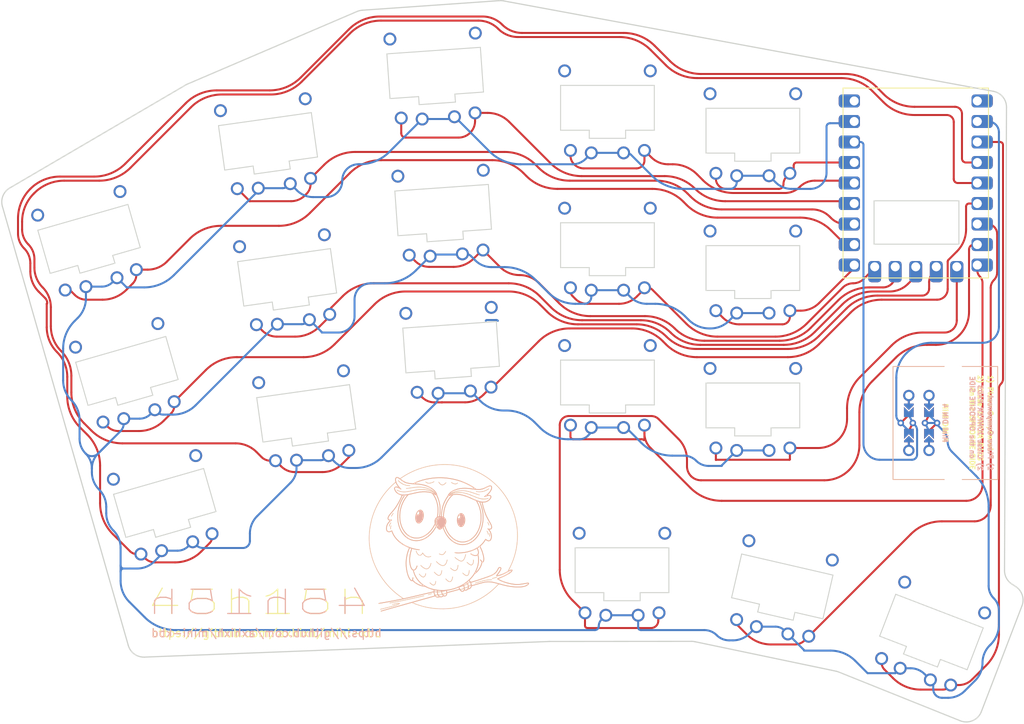
<source format=kicad_pcb>
(kicad_pcb (version 20221018) (generator pcbnew)
  (title_block (title "mini") (rev "2") (company "AshishShrestha"))
  (layers (0 "F.Cu" signal) (31 "B.Cu" signal) (34 "B.Paste" user) (35 "F.Paste" user) (36 "B.SilkS" user "B.Silkscreen") (37 "F.SilkS" user "F.Silkscreen") (38 "B.Mask" user) (39 "F.Mask" user) (44 "Edge.Cuts" user))
  (net 0 "")
  (net 1 "GP3")
  (net 2 "GND")
  (net 3 "GP10")
  (net 4 "GP15")
  (net 5 "GP4")
  (net 6 "GP11")
  (net 7 "GP26")
  (net 8 "GP5")
  (net 9 "GP12")
  (net 10 "GP27")
  (net 11 "GP8")
  (net 12 "GP13")
  (net 13 "GP28")
  (net 14 "GP9")
  (net 15 "GP14")
  (net 16 "GP29")
  (net 17 "GP7")
  (net 18 "GP6")
  (net 19 "GP2")
  (net 20 "GP1")
  (net 21 "P3V3")
  (net 22 "P5V")
  (net 23 "GP0")
  (footprint "lib:Kailh_PG1232" (layer "F.Cu") (at 134.42244 63.758096 4)
    (fp_text reference "S8" hide)
    (fp_text value "Kailh_PG1232")
    (fp_line (start -5.8 -2.95) (end 5.8 -2.95) (stroke (width 0.12)) (layer "Edge.Cuts"))
    (fp_line (start -5.8 2.6) (end -5.8 -2.95) (stroke (width 0.12)) (layer "Edge.Cuts"))
    (fp_line (start -2.25 2.6) (end -5.8 2.6) (stroke (width 0.12)) (layer "Edge.Cuts"))
    (fp_line (start -2.25 2.6) (end -2.25 3.6) (stroke (width 0.12)) (layer "Edge.Cuts"))
    (fp_line (start -2.25 3.6) (end 2.25 3.6) (stroke (width 0.12)) (layer "Edge.Cuts"))
    (fp_line (start 2.25 2.6) (end 5.8 2.6) (stroke (width 0.12)) (layer "Edge.Cuts"))
    (fp_line (start 2.25 3.6) (end 2.25 2.6) (stroke (width 0.12)) (layer "Edge.Cuts"))
    (fp_line (start 5.8 -2.95) (end 5.8 2.6) (stroke (width 0.12)) (layer "Edge.Cuts"))
  )
  (footprint "AdamTech_MDJ-004-FS_reversible" (layer "F.Cu") (at 197.546574 89.933756 -90)
    (fp_text reference "AdamTech-MDJ004FS1" hide)
    (fp_text value "MiniDIN4")
  )
  (footprint "lib:Kailh_PG1232" (layer "F.Cu") (at 176.346574 110.333756 -13)
    (fp_text reference "S17" hide)
    (fp_text value "Kailh_PG1232")
    (fp_line (start -5.8 -2.95) (end 5.8 -2.95) (stroke (width 0.12)) (layer "Edge.Cuts"))
    (fp_line (start -5.8 2.6) (end -5.8 -2.95) (stroke (width 0.12)) (layer "Edge.Cuts"))
    (fp_line (start -2.25 2.6) (end -5.8 2.6) (stroke (width 0.12)) (layer "Edge.Cuts"))
    (fp_line (start -2.25 2.6) (end -2.25 3.6) (stroke (width 0.12)) (layer "Edge.Cuts"))
    (fp_line (start -2.25 3.6) (end 2.25 3.6) (stroke (width 0.12)) (layer "Edge.Cuts"))
    (fp_line (start 2.25 2.6) (end 5.8 2.6) (stroke (width 0.12)) (layer "Edge.Cuts"))
    (fp_line (start 2.25 3.6) (end 2.25 2.6) (stroke (width 0.12)) (layer "Edge.Cuts"))
    (fp_line (start 5.8 -2.95) (end 5.8 2.6) (stroke (width 0.12)) (layer "Edge.Cuts"))
  )
  (footprint "lib:Kailh_PG1232" (layer "F.Cu") (at 135.408787 80.730637 4)
    (fp_text reference "S7" hide)
    (fp_text value "Kailh_PG1232")
    (fp_line (start -5.8 -2.95) (end 5.8 -2.95) (stroke (width 0.12)) (layer "Edge.Cuts"))
    (fp_line (start -5.8 2.6) (end -5.8 -2.95) (stroke (width 0.12)) (layer "Edge.Cuts"))
    (fp_line (start -2.25 2.6) (end -5.8 2.6) (stroke (width 0.12)) (layer "Edge.Cuts"))
    (fp_line (start -2.25 2.6) (end -2.25 3.6) (stroke (width 0.12)) (layer "Edge.Cuts"))
    (fp_line (start -2.25 3.6) (end 2.25 3.6) (stroke (width 0.12)) (layer "Edge.Cuts"))
    (fp_line (start 2.25 2.6) (end 5.8 2.6) (stroke (width 0.12)) (layer "Edge.Cuts"))
    (fp_line (start 2.25 3.6) (end 2.25 2.6) (stroke (width 0.12)) (layer "Edge.Cuts"))
    (fp_line (start 5.8 -2.95) (end 5.8 2.6) (stroke (width 0.12)) (layer "Edge.Cuts"))
  )
  (footprint "lib:Kailh_PG1232" (layer "F.Cu") (at 117.488148 88.915668 8)
    (fp_text reference "S4" hide)
    (fp_text value "Kailh_PG1232")
    (fp_line (start -5.8 -2.95) (end 5.8 -2.95) (stroke (width 0.12)) (layer "Edge.Cuts"))
    (fp_line (start -5.8 2.6) (end -5.8 -2.95) (stroke (width 0.12)) (layer "Edge.Cuts"))
    (fp_line (start -2.25 2.6) (end -5.8 2.6) (stroke (width 0.12)) (layer "Edge.Cuts"))
    (fp_line (start -2.25 2.6) (end -2.25 3.6) (stroke (width 0.12)) (layer "Edge.Cuts"))
    (fp_line (start -2.25 3.6) (end 2.25 3.6) (stroke (width 0.12)) (layer "Edge.Cuts"))
    (fp_line (start 2.25 2.6) (end 5.8 2.6) (stroke (width 0.12)) (layer "Edge.Cuts"))
    (fp_line (start 2.25 3.6) (end 2.25 2.6) (stroke (width 0.12)) (layer "Edge.Cuts"))
    (fp_line (start 5.8 -2.95) (end 5.8 2.6) (stroke (width 0.12)) (layer "Edge.Cuts"))
  )
  (footprint "lib:Kailh_PG1232" (layer "F.Cu") (at 172.746574 70.933756)
    (fp_text reference "S14" hide)
    (fp_text value "Kailh_PG1232")
    (fp_line (start -5.8 -2.95) (end 5.8 -2.95) (stroke (width 0.12)) (layer "Edge.Cuts"))
    (fp_line (start -5.8 2.6) (end -5.8 -2.95) (stroke (width 0.12)) (layer "Edge.Cuts"))
    (fp_line (start -2.25 2.6) (end -5.8 2.6) (stroke (width 0.12)) (layer "Edge.Cuts"))
    (fp_line (start -2.25 2.6) (end -2.25 3.6) (stroke (width 0.12)) (layer "Edge.Cuts"))
    (fp_line (start -2.25 3.6) (end 2.25 3.6) (stroke (width 0.12)) (layer "Edge.Cuts"))
    (fp_line (start 2.25 2.6) (end 5.8 2.6) (stroke (width 0.12)) (layer "Edge.Cuts"))
    (fp_line (start 2.25 3.6) (end 2.25 2.6) (stroke (width 0.12)) (layer "Edge.Cuts"))
    (fp_line (start 5.8 -2.95) (end 5.8 2.6) (stroke (width 0.12)) (layer "Edge.Cuts"))
  )
  (footprint "lib:Kailh_PG1232" (layer "F.Cu") (at 154.746574 68.100423)
    (fp_text reference "S11" hide)
    (fp_text value "Kailh_PG1232")
    (fp_line (start -5.8 -2.95) (end 5.8 -2.95) (stroke (width 0.12)) (layer "Edge.Cuts"))
    (fp_line (start -5.8 2.6) (end -5.8 -2.95) (stroke (width 0.12)) (layer "Edge.Cuts"))
    (fp_line (start -2.25 2.6) (end -5.8 2.6) (stroke (width 0.12)) (layer "Edge.Cuts"))
    (fp_line (start -2.25 2.6) (end -2.25 3.6) (stroke (width 0.12)) (layer "Edge.Cuts"))
    (fp_line (start -2.25 3.6) (end 2.25 3.6) (stroke (width 0.12)) (layer "Edge.Cuts"))
    (fp_line (start 2.25 2.6) (end 5.8 2.6) (stroke (width 0.12)) (layer "Edge.Cuts"))
    (fp_line (start 2.25 3.6) (end 2.25 2.6) (stroke (width 0.12)) (layer "Edge.Cuts"))
    (fp_line (start 5.8 -2.95) (end 5.8 2.6) (stroke (width 0.12)) (layer "Edge.Cuts"))
  )
  (footprint "lib:Kailh_PG1232" (layer "F.Cu") (at 90.62833 67.317102 16)
    (fp_text reference "S3" hide)
    (fp_text value "Kailh_PG1232")
    (fp_line (start -5.8 -2.95) (end 5.8 -2.95) (stroke (width 0.12)) (layer "Edge.Cuts"))
    (fp_line (start -5.8 2.6) (end -5.8 -2.95) (stroke (width 0.12)) (layer "Edge.Cuts"))
    (fp_line (start -2.25 2.6) (end -5.8 2.6) (stroke (width 0.12)) (layer "Edge.Cuts"))
    (fp_line (start -2.25 2.6) (end -2.25 3.6) (stroke (width 0.12)) (layer "Edge.Cuts"))
    (fp_line (start -2.25 3.6) (end 2.25 3.6) (stroke (width 0.12)) (layer "Edge.Cuts"))
    (fp_line (start 2.25 2.6) (end 5.8 2.6) (stroke (width 0.12)) (layer "Edge.Cuts"))
    (fp_line (start 2.25 3.6) (end 2.25 2.6) (stroke (width 0.12)) (layer "Edge.Cuts"))
    (fp_line (start 5.8 -2.95) (end 5.8 2.6) (stroke (width 0.12)) (layer "Edge.Cuts"))
  )
  (footprint "lib:Kailh_PG1232" (layer "F.Cu") (at 95.314165 83.658551 16)
    (fp_text reference "S2" hide)
    (fp_text value "Kailh_PG1232")
    (fp_line (start -5.8 -2.95) (end 5.8 -2.95) (stroke (width 0.12)) (layer "Edge.Cuts"))
    (fp_line (start -5.8 2.6) (end -5.8 -2.95) (stroke (width 0.12)) (layer "Edge.Cuts"))
    (fp_line (start -2.25 2.6) (end -5.8 2.6) (stroke (width 0.12)) (layer "Edge.Cuts"))
    (fp_line (start -2.25 2.6) (end -2.25 3.6) (stroke (width 0.12)) (layer "Edge.Cuts"))
    (fp_line (start -2.25 3.6) (end 2.25 3.6) (stroke (width 0.12)) (layer "Edge.Cuts"))
    (fp_line (start 2.25 2.6) (end 5.8 2.6) (stroke (width 0.12)) (layer "Edge.Cuts"))
    (fp_line (start 2.25 3.6) (end 2.25 2.6) (stroke (width 0.12)) (layer "Edge.Cuts"))
    (fp_line (start 5.8 -2.95) (end 5.8 2.6) (stroke (width 0.12)) (layer "Edge.Cuts"))
  )
  (footprint "lib:Kailh_PG1232" (layer "F.Cu") (at 154.746574 85.100423)
    (fp_text reference "S10" hide)
    (fp_text value "Kailh_PG1232")
    (fp_line (start -5.8 -2.95) (end 5.8 -2.95) (stroke (width 0.12)) (layer "Edge.Cuts"))
    (fp_line (start -5.8 2.6) (end -5.8 -2.95) (stroke (width 0.12)) (layer "Edge.Cuts"))
    (fp_line (start -2.25 2.6) (end -5.8 2.6) (stroke (width 0.12)) (layer "Edge.Cuts"))
    (fp_line (start -2.25 2.6) (end -2.25 3.6) (stroke (width 0.12)) (layer "Edge.Cuts"))
    (fp_line (start -2.25 3.6) (end 2.25 3.6) (stroke (width 0.12)) (layer "Edge.Cuts"))
    (fp_line (start 2.25 2.6) (end 5.8 2.6) (stroke (width 0.12)) (layer "Edge.Cuts"))
    (fp_line (start 2.25 3.6) (end 2.25 2.6) (stroke (width 0.12)) (layer "Edge.Cuts"))
    (fp_line (start 5.8 -2.95) (end 5.8 2.6) (stroke (width 0.12)) (layer "Edge.Cuts"))
  )
  (footprint "lib:Kailh_PG1232" (layer "F.Cu") (at 172.746574 87.933756)
    (fp_text reference "S13" hide)
    (fp_text value "Kailh_PG1232")
    (fp_line (start -5.8 -2.95) (end 5.8 -2.95) (stroke (width 0.12)) (layer "Edge.Cuts"))
    (fp_line (start -5.8 2.6) (end -5.8 -2.95) (stroke (width 0.12)) (layer "Edge.Cuts"))
    (fp_line (start -2.25 2.6) (end -5.8 2.6) (stroke (width 0.12)) (layer "Edge.Cuts"))
    (fp_line (start -2.25 2.6) (end -2.25 3.6) (stroke (width 0.12)) (layer "Edge.Cuts"))
    (fp_line (start -2.25 3.6) (end 2.25 3.6) (stroke (width 0.12)) (layer "Edge.Cuts"))
    (fp_line (start 2.25 2.6) (end 5.8 2.6) (stroke (width 0.12)) (layer "Edge.Cuts"))
    (fp_line (start 2.25 3.6) (end 2.25 2.6) (stroke (width 0.12)) (layer "Edge.Cuts"))
    (fp_line (start 5.8 -2.95) (end 5.8 2.6) (stroke (width 0.12)) (layer "Edge.Cuts"))
  )
  (footprint "RP2040-Zero" (layer "F.Cu") (at 182.746574 72.933756)
    (fp_text reference "RP2040Zero1")
    (fp_text value "")
    (fp_line (start 5 -5.13) (end 5 -10.5) (stroke (width 0.12)) (layer "Edge.Cuts"))
    (fp_line (start 5 -5.13) (end 15.5 -5.13) (stroke (width 0.12)) (layer "Edge.Cuts"))
    (fp_line (start 15.5 -10.5) (end 5 -10.5) (stroke (width 0.12)) (layer "Edge.Cuts"))
    (fp_line (start 15.5 -10.5) (end 15.5 -5.13) (stroke (width 0.12)) (layer "Edge.Cuts"))
  )
  (footprint "lib:Kailh_PG1232" (layer "F.Cu") (at 156.546574 108.333756)
    (fp_text reference "S16" hide)
    (fp_text value "Kailh_PG1232")
    (fp_line (start -5.8 -2.95) (end 5.8 -2.95) (stroke (width 0.12)) (layer "Edge.Cuts"))
    (fp_line (start -5.8 2.6) (end -5.8 -2.95) (stroke (width 0.12)) (layer "Edge.Cuts"))
    (fp_line (start -2.25 2.6) (end -5.8 2.6) (stroke (width 0.12)) (layer "Edge.Cuts"))
    (fp_line (start -2.25 2.6) (end -2.25 3.6) (stroke (width 0.12)) (layer "Edge.Cuts"))
    (fp_line (start -2.25 3.6) (end 2.25 3.6) (stroke (width 0.12)) (layer "Edge.Cuts"))
    (fp_line (start 2.25 2.6) (end 5.8 2.6) (stroke (width 0.12)) (layer "Edge.Cuts"))
    (fp_line (start 2.25 3.6) (end 2.25 2.6) (stroke (width 0.12)) (layer "Edge.Cuts"))
    (fp_line (start 5.8 -2.95) (end 5.8 2.6) (stroke (width 0.12)) (layer "Edge.Cuts"))
  )
  (footprint "lib:Kailh_PG1232" (layer "F.Cu") (at 133.436092 46.785556 4)
    (fp_text reference "S9" hide)
    (fp_text value "Kailh_PG1232")
    (fp_line (start -5.8 -2.95) (end 5.8 -2.95) (stroke (width 0.12)) (layer "Edge.Cuts"))
    (fp_line (start -5.8 2.6) (end -5.8 -2.95) (stroke (width 0.12)) (layer "Edge.Cuts"))
    (fp_line (start -2.25 2.6) (end -5.8 2.6) (stroke (width 0.12)) (layer "Edge.Cuts"))
    (fp_line (start -2.25 2.6) (end -2.25 3.6) (stroke (width 0.12)) (layer "Edge.Cuts"))
    (fp_line (start -2.25 3.6) (end 2.25 3.6) (stroke (width 0.12)) (layer "Edge.Cuts"))
    (fp_line (start 2.25 2.6) (end 5.8 2.6) (stroke (width 0.12)) (layer "Edge.Cuts"))
    (fp_line (start 2.25 3.6) (end 2.25 2.6) (stroke (width 0.12)) (layer "Edge.Cuts"))
    (fp_line (start 5.8 -2.95) (end 5.8 2.6) (stroke (width 0.12)) (layer "Edge.Cuts"))
  )
  (footprint "lib:Kailh_PG1232" (layer "F.Cu") (at 194.785589 115.971129 -21)
    (fp_text reference "S18" hide)
    (fp_text value "Kailh_PG1232")
    (fp_line (start -5.8 -2.95) (end 5.8 -2.95) (stroke (width 0.12)) (layer "Edge.Cuts"))
    (fp_line (start -5.8 2.6) (end -5.8 -2.95) (stroke (width 0.12)) (layer "Edge.Cuts"))
    (fp_line (start -2.25 2.6) (end -5.8 2.6) (stroke (width 0.12)) (layer "Edge.Cuts"))
    (fp_line (start -2.25 2.6) (end -2.25 3.6) (stroke (width 0.12)) (layer "Edge.Cuts"))
    (fp_line (start -2.25 3.6) (end 2.25 3.6) (stroke (width 0.12)) (layer "Edge.Cuts"))
    (fp_line (start 2.25 2.6) (end 5.8 2.6) (stroke (width 0.12)) (layer "Edge.Cuts"))
    (fp_line (start 2.25 3.6) (end 2.25 2.6) (stroke (width 0.12)) (layer "Edge.Cuts"))
    (fp_line (start 5.8 -2.95) (end 5.8 2.6) (stroke (width 0.12)) (layer "Edge.Cuts"))
  )
  (footprint "lib:Kailh_PG1232" (layer "F.Cu") (at 172.746574 53.933756)
    (fp_text reference "S15" hide)
    (fp_text value "Kailh_PG1232")
    (fp_line (start -5.8 -2.95) (end 5.8 -2.95) (stroke (width 0.12)) (layer "Edge.Cuts"))
    (fp_line (start -5.8 2.6) (end -5.8 -2.95) (stroke (width 0.12)) (layer "Edge.Cuts"))
    (fp_line (start -2.25 2.6) (end -5.8 2.6) (stroke (width 0.12)) (layer "Edge.Cuts"))
    (fp_line (start -2.25 2.6) (end -2.25 3.6) (stroke (width 0.12)) (layer "Edge.Cuts"))
    (fp_line (start -2.25 3.6) (end 2.25 3.6) (stroke (width 0.12)) (layer "Edge.Cuts"))
    (fp_line (start 2.25 2.6) (end 5.8 2.6) (stroke (width 0.12)) (layer "Edge.Cuts"))
    (fp_line (start 2.25 3.6) (end 2.25 2.6) (stroke (width 0.12)) (layer "Edge.Cuts"))
    (fp_line (start 5.8 -2.95) (end 5.8 2.6) (stroke (width 0.12)) (layer "Edge.Cuts"))
  )
  (footprint "lib:Kailh_PG1232" (layer "F.Cu") (at 100 100 16)
    (fp_text reference "S1" hide)
    (fp_text value "Kailh_PG1232")
    (fp_line (start -5.8 -2.95) (end 5.8 -2.95) (stroke (width 0.12)) (layer "Edge.Cuts"))
    (fp_line (start -5.8 2.6) (end -5.8 -2.95) (stroke (width 0.12)) (layer "Edge.Cuts"))
    (fp_line (start -2.25 2.6) (end -5.8 2.6) (stroke (width 0.12)) (layer "Edge.Cuts"))
    (fp_line (start -2.25 2.6) (end -2.25 3.6) (stroke (width 0.12)) (layer "Edge.Cuts"))
    (fp_line (start -2.25 3.6) (end 2.25 3.6) (stroke (width 0.12)) (layer "Edge.Cuts"))
    (fp_line (start 2.25 2.6) (end 5.8 2.6) (stroke (width 0.12)) (layer "Edge.Cuts"))
    (fp_line (start 2.25 3.6) (end 2.25 2.6) (stroke (width 0.12)) (layer "Edge.Cuts"))
    (fp_line (start 5.8 -2.95) (end 5.8 2.6) (stroke (width 0.12)) (layer "Edge.Cuts"))
  )
  (footprint "lib:Kailh_PG1232" (layer "F.Cu") (at 115.122205 72.081111 8)
    (fp_text reference "S5" hide)
    (fp_text value "Kailh_PG1232")
    (fp_line (start -5.8 -2.95) (end 5.8 -2.95) (stroke (width 0.12)) (layer "Edge.Cuts"))
    (fp_line (start -5.8 2.6) (end -5.8 -2.95) (stroke (width 0.12)) (layer "Edge.Cuts"))
    (fp_line (start -2.25 2.6) (end -5.8 2.6) (stroke (width 0.12)) (layer "Edge.Cuts"))
    (fp_line (start -2.25 2.6) (end -2.25 3.6) (stroke (width 0.12)) (layer "Edge.Cuts"))
    (fp_line (start -2.25 3.6) (end 2.25 3.6) (stroke (width 0.12)) (layer "Edge.Cuts"))
    (fp_line (start 2.25 2.6) (end 5.8 2.6) (stroke (width 0.12)) (layer "Edge.Cuts"))
    (fp_line (start 2.25 3.6) (end 2.25 2.6) (stroke (width 0.12)) (layer "Edge.Cuts"))
    (fp_line (start 5.8 -2.95) (end 5.8 2.6) (stroke (width 0.12)) (layer "Edge.Cuts"))
  )
  (footprint "LOGO" (layer "F.Cu") (at 134.426351 103.964385 16)
    (fp_text reference "LOGO1" hide)
    (fp_text value "LOGO" hide)
  )
  (footprint "lib:Kailh_PG1232" (layer "F.Cu") (at 154.746574 51.100423)
    (fp_text reference "S12" hide)
    (fp_text value "Kailh_PG1232")
    (fp_line (start -5.8 -2.95) (end 5.8 -2.95) (stroke (width 0.12)) (layer "Edge.Cuts"))
    (fp_line (start -5.8 2.6) (end -5.8 -2.95) (stroke (width 0.12)) (layer "Edge.Cuts"))
    (fp_line (start -2.25 2.6) (end -5.8 2.6) (stroke (width 0.12)) (layer "Edge.Cuts"))
    (fp_line (start -2.25 2.6) (end -2.25 3.6) (stroke (width 0.12)) (layer "Edge.Cuts"))
    (fp_line (start -2.25 3.6) (end 2.25 3.6) (stroke (width 0.12)) (layer "Edge.Cuts"))
    (fp_line (start 2.25 2.6) (end 5.8 2.6) (stroke (width 0.12)) (layer "Edge.Cuts"))
    (fp_line (start 2.25 3.6) (end 2.25 2.6) (stroke (width 0.12)) (layer "Edge.Cuts"))
    (fp_line (start 5.8 -2.95) (end 5.8 2.6) (stroke (width 0.12)) (layer "Edge.Cuts"))
  )
  (footprint "lib:Kailh_PG1232" (layer "F.Cu") (at 112.756262 55.246553 8)
    (fp_text reference "S6" hide)
    (fp_text value "Kailh_PG1232")
    (fp_line (start -5.8 -2.95) (end 5.8 -2.95) (stroke (width 0.12)) (layer "Edge.Cuts"))
    (fp_line (start -5.8 2.6) (end -5.8 -2.95) (stroke (width 0.12)) (layer "Edge.Cuts"))
    (fp_line (start -2.25 2.6) (end -5.8 2.6) (stroke (width 0.12)) (layer "Edge.Cuts"))
    (fp_line (start -2.25 2.6) (end -2.25 3.6) (stroke (width 0.12)) (layer "Edge.Cuts"))
    (fp_line (start -2.25 3.6) (end 2.25 3.6) (stroke (width 0.12)) (layer "Edge.Cuts"))
    (fp_line (start 2.25 2.6) (end 5.8 2.6) (stroke (width 0.12)) (layer "Edge.Cuts"))
    (fp_line (start 2.25 3.6) (end 2.25 2.6) (stroke (width 0.12)) (layer "Edge.Cuts"))
    (fp_line (start 5.8 -2.95) (end 5.8 2.6) (stroke (width 0.12)) (layer "Edge.Cuts"))
  )
  (footprint "LOGO" (layer "B.Cu") (at 134.426351 103.964385 16)
    (fp_text reference "LOGO2" hide)
    (fp_text value "LOGO" hide)
  )
  (gr_line (start 141.867707 37.688572) (end 202.502446 48.88029) (stroke (width 0.15)) (layer "Edge.Cuts"))
  (gr_arc (start 205.270287 110.174801) (mid 206.086433 111.234438) (end 206.05223 112.571508) (stroke (width 0.15)) (layer "Edge.Cuts"))
  (gr_line (start 102.769345 47.982918) (end 123.750609 39.003132) (stroke (width 0.15)) (layer "Edge.Cuts"))
  (gr_arc (start 141.365174 37.660222) (mid 141.617336 37.658525) (end 141.867707 37.688572) (stroke (width 0.15)) (layer "Edge.Cuts"))
  (gr_line (start 95.437455 117.465704) (end 79.855985 63.126659) (stroke (width 0.15)) (layer "Edge.Cuts"))
  (gr_arc (start 202.502446 48.88029) (mid 203.679376 49.570921) (end 204.139407 50.855641) (stroke (width 0.15)) (layer "Edge.Cuts"))
  (gr_line (start 124.398033 38.846681) (end 141.365174 37.660222) (stroke (width 0.15)) (layer "Edge.Cuts"))
  (gr_arc (start 102.545579 48.095767) (mid 102.655693 48.035834) (end 102.769345 47.982918) (stroke (width 0.15)) (layer "Edge.Cuts"))
  (gr_line (start 206.05223 112.571508) (end 201.029245 125.656831) (stroke (width 0.15)) (layer "Edge.Cuts"))
  (gr_arc (start 183.02038 120.653194) (mid 183.190338 120.69657) (end 183.355841 120.754671) (stroke (width 0.15)) (layer "Edge.Cuts"))
  (gr_line (start 80.767806 60.849557) (end 102.545579 48.095767) (stroke (width 0.15)) (layer "Edge.Cuts"))
  (gr_line (start 147.508772 116.980215) (end 97.43712 118.912941) (stroke (width 0.15)) (layer "Edge.Cuts"))
  (gr_arc (start 79.855984 63.126659) (mid 79.92183 61.831914) (end 80.767806 60.849557) (stroke (width 0.15)) (layer "Edge.Cuts"))
  (gr_arc (start 201.029244 125.656831) (mid 199.961868 126.773219) (end 198.417498 126.796325) (stroke (width 0.15)) (layer "Edge.Cuts"))
  (gr_line (start 198.417498 126.796325) (end 183.355841 120.754671) (stroke (width 0.15)) (layer "Edge.Cuts"))
  (gr_arc (start 147.508772 116.980216) (mid 147.546582 116.979115) (end 147.584407 116.978728) (stroke (width 0.15)) (layer "Edge.Cuts"))
  (gr_line (start 165.166047 116.965487) (end 147.584407 116.978728) (stroke (width 0.15)) (layer "Edge.Cuts"))
  (gr_line (start 204.139407 50.855641) (end 203.893656 108.187903) (stroke (width 0.15)) (layer "Edge.Cuts"))
  (gr_arc (start 123.75061 39.003133) (mid 124.067763 38.897766) (end 124.398033 38.846681) (stroke (width 0.15)) (layer "Edge.Cuts"))
  (gr_line (start 204.80842 109.876447) (end 205.270286 110.1748) (stroke (width 0.15)) (layer "Edge.Cuts"))
  (gr_arc (start 97.43712 118.912941) (mid 96.187382 118.53462) (end 95.437455 117.465704) (stroke (width 0.15)) (layer "Edge.Cuts"))
  (gr_arc (start 165.166047 116.965488) (mid 165.372457 116.976011) (end 165.576678 117.00778) (stroke (width 0.15)) (layer "Edge.Cuts"))
  (gr_arc (start 204.80842 109.876447) (mid 204.135113 109.149152) (end 203.893656 108.187903) (stroke (width 0.15)) (layer "Edge.Cuts"))
  (gr_line (start 183.02038 120.653194) (end 165.576678 117.00778) (stroke (width 0.15)) (layer "Edge.Cuts"))
  (gr_text "45h15h" (at 111.546574 112.133756) (layer "B.SilkS") (effects (font (size 3 5)) (justify mirror)))
  (gr_text "https://github.com/axhixh/mini-kbd" (at 112.546574 115.933756) (layer "B.SilkS") (effects (font (size 1 1)) (justify mirror)))
  (gr_text "https://github.com/axhixh/mini-kbd" (at 112.546574 115.933756) (layer "F.SilkS") (effects (font (size 1 1))))
  (gr_text "45h15h" (at 111.546574 112.133756) (layer "F.SilkS") (effects (font (size 3 5))))
  (segment (start 140.809442 77.189502) (end 139.830246 77.189502) (width 0.25) (layer "B.Cu") (net 0))
  (segment (start 141.120089 77.232294) (end 141.182611 77.286644) (width 0.25) (layer "B.Cu") (net 0))
  (segment (start 139.728449 77.231668) (end 139.686283 77.273834) (width 0.25) (layer "B.Cu") (net 0))
  (arc (start 140.974926 77.183722) (mid 140.892234 77.188056) (end 140.809442 77.189502) (width 0.25) (layer "B.Cu") (net 0))
  (arc (start 139.830246 77.189502) (mid 139.775154 77.20046) (end 139.728449 77.231668) (width 0.25) (layer "B.Cu") (net 0))
  (arc (start 141.120089 77.232294) (mid 141.052338 77.19357) (end 140.974926 77.183722) (width 0.25) (layer "B.Cu") (net 0))
  (segment (start 97.514745 106.676427) (end 97.003172 106.164854) (width 0.25) (layer "F.Cu") (net 1))
  (segment (start 199.122644 57.693756) (end 200.526574 57.693756) (width 0.25) (layer "F.Cu") (net 1))
  (segment (start 106.393963 48.768) (end 112.93364 48.768) (width 0.25) (layer "F.Cu") (net 1))
  (segment (start 98.749791 107.188) (end 101.225892 107.188) (width 0.25) (layer "F.Cu") (net 1))
  (segment (start 86.991261 59.436) (end 91.218036 59.436) (width 0.25) (layer "F.Cu") (net 1))
  (segment (start 192.753963 50.8) (end 197.760789 50.8) (width 0.25) (layer "F.Cu") (net 1))
  (segment (start 87.884 86.646036) (end 87.884 84.220447) (width 0.25) (layer "F.Cu") (net 1))
  (segment (start 139.279159 39.624) (end 126.585567 39.624) (width 0.25) (layer "F.Cu") (net 1))
  (segment (start 188.906207 49.206207) (end 188.029792 48.329792) (width 0.25) (layer "F.Cu") (net 1))
  (segment (start 105.808329 104.071843) (end 105.808329 103.640016) (width 0.25) (layer "F.Cu") (net 1))
  (segment (start 198.628 51.66721) (end 198.628 57.199111) (width 0.25) (layer "F.Cu") (net 1))
  (segment (start 91.948 99.854036) (end 91.948 95.217963) (width 0.25) (layer "F.Cu") (net 1))
  (segment (start 85.373 75.155) (end 85.344 75.184) (width 0.25) (layer "F.Cu") (net 1))
  (segment (start 89.477792 90.493792) (end 90.354207 91.370207) (width 0.25) (layer "F.Cu") (net 1))
  (segment (start 85.344 78.088344) (end 85.344 75.184) (width 0.25) (layer "F.Cu") (net 1))
  (segment (start 162.490207 45.142207) (end 160.597792 43.249792) (width 0.25) (layer "F.Cu") (net 1))
  (segment (start 83.312 70.16563) (end 83.312 71.166146) (width 0.25) (layer "F.Cu") (net 1))
  (segment (start 96.504013 106.164854) (end 97.003172 106.164854) (width 0.25) (layer "F.Cu") (net 1))
  (segment (start 105.50298 104.809019) (end 104.466164 105.845835) (width 0.25) (layer "F.Cu") (net 1))
  (segment (start 84.357 73.689) (end 85.153793 74.485793) (width 0.25) (layer "F.Cu") (net 1))
  (segment (start 93.541792 103.701792) (end 95.651895 105.811895) (width 0.25) (layer "F.Cu") (net 1))
  (segment (start 81.788 66.486369) (end 81.788 64.639261) (width 0.25) (layer "F.Cu") (net 1))
  (segment (start 95.065792 57.842207) (end 102.546207 50.361792) (width 0.25) (layer "F.Cu") (net 1))
  (segment (start 166.337963 46.736) (end 184.182036 46.736) (width 0.25) (layer "F.Cu") (net 1))
  (segment (start 122.737811 41.217792) (end 116.781396 47.174207) (width 0.25) (layer "F.Cu") (net 1))
  (segment (start 144.18484 41.656) (end 156.750036 41.656) (width 0.25) (layer "F.Cu") (net 1))
  (arc (start 116.781396 47.174207) (mid 115.01603 48.353786) (end 112.93364 48.768) (width 0.25) (layer "F.Cu") (net 1))
  (arc (start 83.312 71.166146) (mid 83.583586 72.531504) (end 84.357 73.689) (width 0.25) (layer "F.Cu") (net 1))
  (arc (start 188.906207 49.206207) (mid 190.671572 50.385786) (end 192.753963 50.8) (width 0.25) (layer "F.Cu") (net 1))
  (arc (start 87.884 86.646036) (mid 88.298213 88.728426) (end 89.477792 90.493792) (width 0.25) (layer "F.Cu") (net 1))
  (arc (start 105.808329 104.071843) (mid 105.728971 104.470799) (end 105.50298 104.809019) (width 0.25) (layer "F.Cu") (net 1))
  (arc (start 162.490207 45.142207) (mid 164.255572 46.321786) (end 166.337963 46.736) (width 0.25) (layer "F.Cu") (net 1))
  (arc (start 82.55 68.326) (mid 83.113962 69.170029) (end 83.312 70.16563) (width 0.25) (layer "F.Cu") (net 1))
  (arc (start 126.585567 39.624) (mid 124.503176 40.038213) (end 122.737811 41.217792) (width 0.25) (layer "F.Cu") (net 1))
  (arc (start 95.065792 57.842207) (mid 93.300426 59.021786) (end 91.218036 59.436) (width 0.25) (layer "F.Cu") (net 1))
  (arc (start 91.948 99.854036) (mid 92.362213 101.936426) (end 93.541792 103.701792) (width 0.25) (layer "F.Cu") (net 1))
  (arc (start 188.029792 48.329792) (mid 186.264426 47.150213) (end 184.182036 46.736) (width 0.25) (layer "F.Cu") (net 1))
  (arc (start 85.153793 74.485793) (mid 85.337491 74.760715) (end 85.402 75.084987) (width 0.25) (layer "F.Cu") (net 1))
  (arc (start 141.732 40.64) (mid 140.606626 39.888049) (end 139.279159 39.624) (width 0.25) (layer "F.Cu") (net 1))
  (arc (start 198.374 51.054) (mid 198.092656 50.866012) (end 197.760789 50.8) (width 0.25) (layer "F.Cu") (net 1))
  (arc (start 85.402 75.084987) (mid 85.394463 75.122877) (end 85.373 75.155) (width 0.25) (layer "F.Cu") (net 1))
  (arc (start 141.732 40.64) (mid 142.857372 41.39195) (end 144.18484 41.656) (width 0.25) (layer "F.Cu") (net 1))
  (arc (start 95.651895 105.811895) (mid 96.04285 106.073122) (end 96.504013 106.164854) (width 0.25) (layer "F.Cu") (net 1))
  (arc (start 83.312 60.96) (mid 82.184074 62.648059) (end 81.788 64.639261) (width 0.25) (layer "F.Cu") (net 1))
  (arc (start 86.991261 59.436) (mid 85.000059 59.832074) (end 83.312 60.96) (width 0.25) (layer "F.Cu") (net 1))
  (arc (start 97.514745 106.676427) (mid 98.081389 107.055046) (end 98.749791 107.188) (width 0.25) (layer "F.Cu") (net 1))
  (arc (start 106.393963 48.768) (mid 104.311572 49.182213) (end 102.546207 50.361792) (width 0.25) (layer "F.Cu") (net 1))
  (arc (start 160.597792 43.249792) (mid 158.832426 42.070213) (end 156.750036 41.656) (width 0.25) (layer "F.Cu") (net 1))
  (arc (start 81.788 66.486369) (mid 81.986037 67.48197) (end 82.55 68.326) (width 0.25) (layer "F.Cu") (net 1))
  (arc (start 90.354207 91.370207) (mid 91.533786 93.135572) (end 91.948 95.217963) (width 0.25) (layer "F.Cu") (net 1))
  (arc (start 198.772878 57.548878) (mid 198.933352 57.656103) (end 199.122644 57.693756) (width 0.25) (layer "F.Cu") (net 1))
  (arc (start 85.344 78.088344) (mid 85.674062 79.747679) (end 86.614 81.154396) (width 0.25) (layer "F.Cu") (net 1))
  (arc (start 198.374 51.054) (mid 198.561987 51.335343) (end 198.628 51.66721) (width 0.25) (layer "F.Cu") (net 1))
  (arc (start 86.614 81.154396) (mid 87.553937 82.561112) (end 87.884 84.220447) (width 0.25) (layer "F.Cu") (net 1))
  (arc (start 198.628 57.199111) (mid 198.665652 57.388403) (end 198.772878 57.548878) (width 0.25) (layer "F.Cu") (net 1))
  (arc (start 104.466164 105.845835) (mid 102.979514 106.839182) (end 101.225892 107.188) (width 0.25) (layer "F.Cu") (net 1))
  (segment (start 136.653295 69.088) (end 133.139366 69.088) (width 0.25) (layer "B.Cu") (net 2))
  (segment (start 116.259147 94.541462) (end 116.259147 95.567157) (width 0.25) (layer "B.Cu") (net 2))
  (segment (start 181.864 53.265605) (end 181.864 58.960001) (width 0.25) (layer "B.Cu") (net 2))
  (segment (start 200.269974 121.802025) (end 198.973124 123.098875) (width 0.25) (layer "B.Cu") (net 2))
  (segment (start 109.622789 105.41) (end 104.726225 105.41) (width 0.25) (layer "B.Cu") (net 2))
  (segment (start 113.935258 77.706905) (end 113.851149 77.706905) (width 0.25) (layer "B.Cu") (net 2))
  (segment (start 160.289282 59.366207) (end 157.662826 56.739751) (width 0.25) (layer "B.Cu") (net 2))
  (segment (start 111.413985 61.306014) (end 101.089218 71.630781) (width 0.25) (layer "B.Cu") (net 2))
  (segment (start 90.932 96.024764) (end 90.932 95.56563) (width 0.25) (layer "B.Cu") (net 2))
  (segment (start 150.780699 75.184) (end 151.904785 75.184) (width 0.25) (layer "B.Cu") (net 2))
  (segment (start 170.746574 93.333756) (end 174.746574 93.333756) (width 0.25) (layer "B.Cu") (net 2))
  (segment (start 89.408 89.57484) (end 89.408 91.886369) (width 0.25) (layer "B.Cu") (net 2))
  (segment (start 113.779357 77.736642) (end 103.778822 87.737177) (width 0.25) (layer "B.Cu") (net 2))
  (segment (start 89.182179 76.93382) (end 88.785124 77.330876) (width 0.25) (layer "B.Cu") (net 2))
  (segment (start 101.528794 105.742088) (end 99.781915 105.742088) (width 0.25) (layer "B.Cu") (net 2))
  (segment (start 137.920113 86.117483) (end 138.987615 87.184985) (width 0.25) (layer "B.Cu") (net 2))
  (segment (start 175.544516 115.145452) (end 173.183098 115.145452) (width 0.25) (layer "B.Cu") (net 2))
  (segment (start 115.53387 97.318129) (end 111.388025 101.463974) (width 0.25) (layer "B.Cu") (net 2))
  (segment (start 135.331577 52.311915) (end 131.817649 52.311915) (width 0.25) (layer "B.Cu") (net 2))
  (segment (start 185.42 119.38) (end 186.944 120.904) (width 0.25) (layer "B.Cu") (net 2))
  (segment (start 176.630676 115.595354) (end 177.080578 116.045256) (width 0.25) (layer "B.Cu") (net 2))
  (segment (start 156.897498 90.500423) (end 156.595649 90.500423) (width 0.25) (layer "B.Cu") (net 2))
  (segment (start 94.488 107.569) (end 94.488 105.397235) (width 0.25) (layer "B.Cu") (net 2))
  (segment (start 94.880083 89.970278) (end 94.880083 89.400639) (width 0.25) (layer "B.Cu") (net 2))
  (segment (start 164.201974 93.98) (end 162.781963 93.98) (width 0.25) (layer "B.Cu") (net 2))
  (segment (start 95.56563 112.07563) (end 97.466207 113.976207) (width 0.25) (layer "B.Cu") (net 2))
  (segment (start 179.864001 60.96) (end 177.522746 60.96) (width 0.25) (layer "B.Cu") (net 2))
  (segment (start 152.746574 74.342211) (end 152.746574 73.500423) (width 0.25) (layer "B.Cu") (net 2))
  (segment (start 111.687457 60.872347) (end 114.537998 60.872347) (width 0.25) (layer "B.Cu") (net 2))
  (segment (start 94.488 108.331) (end 94.488 107.569) (width 0.25) (layer "B.Cu") (net 2))
  (segment (start 125.443998 72.644) (end 127.190488 72.644) (width 0.25) (layer "B.Cu") (net 2))
  (segment (start 90.194248 73.05919) (end 92.157124 73.05919) (width 0.25) (layer "B.Cu") (net 2))
  (segment (start 98.173854 88.849363) (end 98.424174 88.599044) (width 0.25) (layer "B.Cu") (net 2))
  (segment (start 121.92 59.911998) (end 121.92 59.976001) (width 0.25) (layer "B.Cu") (net 2))
  (segment (start 172.335824 115.992726) (end 173.183098 115.145452) (width 0.25) (layer "B.Cu") (net 2))
  (segment (start 132.705769 69.382682) (end 131.038244 71.050207) (width 0.25) (layer "B.Cu") (net 2))
  (segment (start 102.85969 105.190813) (end 103.025734 105.024769) (width 0.25) (layer "B.Cu") (net 2))
  (segment (start 200.336207 96.450207) (end 197.388815 93.502815) (width 0.25) (layer "B.Cu") (net 2))
  (segment (start 203.2 113.166025) (end 203.2 114.895159) (width 0.25) (layer "B.Cu") (net 2))
  (segment (start 90.194248 74.490471) (end 90.194248 73.05919) (width 0.25) (layer "B.Cu") (net 2))
  (segment (start 110.49 104.542789) (end 110.49 103.632) (width 0.25) (layer "B.Cu") (net 2))
  (segment (start 157.085036 56.500423) (end 156.408112 56.500423) (width 0.25) (layer "B.Cu") (net 2))
  (segment (start 186.944 120.904) (end 190.374968 120.904) (width 0.25) (layer "B.Cu") (net 2))
  (segment (start 194.540344 121.55198) (end 194.894781 121.906417) (width 0.25) (layer "B.Cu") (net 2))
  (segment (start 95.631 107.95) (end 96.534236 107.95) (width 0.25) (layer "B.Cu") (net 2))
  (segment (start 170.290323 116.84) (end 169.808025 116.84) (width 0.25) (layer "B.Cu") (net 2))
  (segment (start 151.287724 91.948) (end 149.86 91.948) (width 0.25) (layer "B.Cu") (net 2))
  (segment (start 158.934207 92.386207) (end 157.155142 90.607142) (width 0.25) (layer "B.Cu") (net 2))
  (segment (start 145.713567 89.833567) (end 146.391159 90.511159) (width 0.25) (layer "B.Cu") (net 2))
  (segment (start 152.319286 91.520712) (end 152.536915 91.303084) (width 0.25) (layer "B.Cu") (net 2))
  (segment (start 196.311184 90.901184) (end 195.61828 90.20828) (width 0.25) (layer "B.Cu") (net 2))
  (segment (start 185.177452 52.722878) (end 185.286574 52.613756) (width 0.25) (layer "B.Cu") (net 2))
  (segment (start 192.270473 120.295727) (end 190.983241 120.295727) (width 0.25) (layer "B.Cu") (net 2))
  (segment (start 156.595649 90.500423) (end 153.043075 90.500423) (width 0.25) (layer "B.Cu") (net 2))
  (segment (start 120.498565 94.263115) (end 120.979834 94.744384) (width 0.25) (layer "B.Cu") (net 2))
  (segment (start 158.546574 113.733756) (end 158.546574 115.22273) (width 0.25) (layer "B.Cu") (net 2))
  (segment (start 123.444 74.643998) (end 123.444 76.740001) (width 0.25) (layer "B.Cu") (net 2))
  (segment (start 156.408112 56.500423) (end 152.771075 56.500423) (width 0.25) (layer "B.Cu") (net 2))
  (segment (start 123.919998 57.912) (end 124.068782 57.912) (width 0.25) (layer "B.Cu") (net 2))
  (segment (start 115.766679 60.594) (end 116.318506 61.145827) (width 0.25) (layer "B.Cu") (net 2))
  (segment (start 98.677958 107.06204) (end 99.413185 106.326814) (width 0.25) (layer "B.Cu") (net 2))
  (segment (start 195.072 122.867987) (end 195.072 122.33426) (width 0.25) (layer "B.Cu") (net 2))
  (segment (start 137.865151 69.285151) (end 138.403302 69.823302) (width 0.25) (layer "B.Cu") (net 2))
  (segment (start 119.357349 78.653285) (end 118.132622 77.428558) (width 0.25) (layer "B.Cu") (net 2))
  (segment (start 201.93 100.297963) (end 201.93 110.099974) (width 0.25) (layer "B.Cu") (net 2))
  (segment (start 113.935258 77.706905) (end 116.903941 77.706905) (width 0.25) (layer "B.Cu") (net 2))
  (segment (start 94.477287 90.942712) (end 91.694 93.726) (width 0.25) (layer "B.Cu") (net 2))
  (segment (start 158.546574 113.733756) (end 155.166405 113.733756) (width 0.25) (layer "B.Cu") (net 2))
  (segment (start 164.338 76.708) (end 164.806172 77.176172) (width 0.25) (layer "B.Cu") (net 2))
  (segment (start 190.374968 120.904) (end 190.983241 120.295727) (width 0.25) (layer "B.Cu") (net 2))
  (segment (start 195.445165 89.933756) (end 194.046574 89.933756) (width 0.25) (layer "B.Cu") (net 2))
  (segment (start 157.588362 74.342211) (end 156.746574 73.500423) (width 0.25) (layer "B.Cu") (net 2))
  (segment (start 132.902224 69.186227) (end 132.705769 69.382682) (width 0.25) (layer "B.Cu") (net 2))
  (segment (start 137.189841 69.005429) (end 136.852639 69.005429) (width 0.25) (layer "B.Cu") (net 2))
  (segment (start 91.694 93.726) (end 93.345 92.075) (width 0.25) (layer "B.Cu") (net 2))
  (segment (start 194.000827 121.012463) (end 194.540344 121.55198) (width 0.25) (layer "B.Cu") (net 2))
  (segment (start 154.108286 114.172042) (end 154.009294 114.271035) (width 0.25) (layer "B.Cu") (net 2))
  (segment (start 177.080578 116.045256) (end 179.043369 118.008047) (width 0.25) (layer "B.Cu") (net 2))
  (segment (start 95.631 107.95) (end 94.869 107.95) (width 0.25) (layer "B.Cu") (net 2))
  (segment (start 170.746574 59.333756) (end 174.746574 59.333756) (width 0.25) (layer "B.Cu") (net 2))
  (segment (start 94.488 109.474) (end 94.488 108.331) (width 0.25) (layer "B.Cu") (net 2))
  (segment (start 168.938167 95.142162) (end 170.746574 93.333756) (width 0.25) (layer "B.Cu") (net 2))
  (segment (start 142.018036 70.641176) (end 140.377823 70.641176) (width 0.25) (layer "B.Cu") (net 2))
  (segment (start 156.746574 73.500423) (end 152.746574 73.500423) (width 0.25) (layer "B.Cu") (net 2))
  (segment (start 92.71 101.104764) (end 92.71 100.317235) (width 0.25) (layer "B.Cu") (net 2))
  (segment (start 179.107661 118.11) (end 182.353948 118.11) (width 0.25) (layer "B.Cu") (net 2))
  (segment (start 96.842959 89.400639) (end 94.880083 89.400639) (width 0.25) (layer "B.Cu") (net 2))
  (segment (start 119.269884 94.541462) (end 116.259147 94.541462) (width 0.25) (layer "B.Cu") (net 2))
  (segment (start 118.32272 61.976) (end 119.920001 61.976) (width 0.25) (layer "B.Cu") (net 2))
  (segment (start 121.444001 78.74) (end 119.412032 78.74) (width 0.25) (layer "B.Cu") (net 2))
  (segment (start 135.668391 52.172401) (end 135.792 52.048793) (width 0.25) (layer "B.Cu") (net 2))
  (segment (start 99.752656 88.9) (end 100.97152 88.9) (width 0.25) (layer "B.Cu") (net 2))
  (segment (start 170.746574 76.333756) (end 174.746574 76.333756) (width 0.25) (layer "B.Cu") (net 2))
  (segment (start 143.985963 57.912) (end 150.420514 57.912) (width 0.25) (layer "B.Cu") (net 2))
  (segment (start 140.138207 56.318207) (end 135.868793 52.048793) (width 0.25) (layer "B.Cu") (net 2))
  (segment (start 97.416672 73.152) (end 95.276195 73.152) (width 0.25) (layer "B.Cu") (net 2))
  (segment (start 152.729248 56.566751) (end 152.065287 57.230713) (width 0.25) (layer "B.Cu") (net 2))
  (segment (start 166.741974 115.57) (end 158.893843 115.57) (width 0.25) (layer "B.Cu") (net 2))
  (segment (start 160.658738 75.184) (end 159.620619 75.184) (width 0.25) (layer "B.Cu") (net 2))
  (segment (start 164.137038 60.96) (end 169.933452 60.96) (width 0.25) (layer "B.Cu") (net 2))
  (segment (start 174.746574 59.333756) (end 175.559696 60.146878) (width 0.25) (layer "B.Cu") (net 2))
  (segment (start 95.242327 73.159672) (end 94.59057 72.507915) (width 0.25) (layer "B.Cu") (net 2))
  (segment (start 170.746574 76.333756) (end 169.797452 77.282878) (width 0.25) (layer "B.Cu") (net 2))
  (segment (start 134.256674 86.256996) (end 137.304272 86.256996) (width 0.25) (layer "B.Cu") (net 2))
  (segment (start 123.607725 95.504) (end 122.813708 95.504) (width 0.25) (layer "B.Cu") (net 2))
  (segment (start 147.42474 73.793916) (end 145.865792 72.234968) (width 0.25) (layer "B.Cu") (net 2))
  (segment (start 142.233315 88.392) (end 141.901606 88.392) (width 0.25) (layer "B.Cu") (net 2))
  (segment (start 87.376 84.669159) (end 87.376 80.732802) (width 0.25) (layer "B.Cu") (net 2))
  (segment (start 126.797069 94.182929) (end 133.460598 87.519401) (width 0.25) (layer "B.Cu") (net 2))
  (segment (start 167.268025 95.25) (end 168.870165 95.25) (width 0.25) (layer "B.Cu") (net 2))
  (segment (start 167.506068 78.232) (end 167.355165 78.232) (width 0.25) (layer "B.Cu") (net 2))
  (segment (start 196.156012 123.952) (end 196.9135 123.952) (width 0.25) (layer "B.Cu") (net 2))
  (segment (start 170.746574 59.333756) (end 170.746574 60.146878) (width 0.25) (layer "B.Cu") (net 2))
  (segment (start 182.297605 52.832) (end 184.914008 52.832) (width 0.25) (layer "B.Cu") (net 2))
  (segment (start 131.817649 52.311915) (end 127.736982 56.392581) (width 0.25) (layer "B.Cu") (net 2))
  (segment (start 153.190165 115.57) (end 101.313963 115.57) (width 0.25) (layer "B.Cu") (net 2))
  (segment (start 202.183999 117.347999) (end 202.066025 117.465974) (width 0.25) (layer "B.Cu") (net 2))
  (arc (start 98.173854 88.849363) (mid 97.563234 89.257367) (end 96.842959 89.400639) (width 0.25) (layer "B.Cu") (net 2))
  (arc (start 140.138207 56.318207) (mid 141.903572 57.497786) (end 143.985963 57.912) (width 0.25) (layer "B.Cu") (net 2))
  (arc (start 164.806172 77.176172) (mid 165.97566 77.957599) (end 167.355165 78.232) (width 0.25) (layer "B.Cu") (net 2))
  (arc (start 147.42474 73.793916) (mid 148.964467 74.822728) (end 150.780699 75.184) (width 0.25) (layer "B.Cu") (net 2))
  (arc (start 165.735 94.615) (mid 165.031641 94.145031) (end 164.201974 93.98) (width 0.25) (layer "B.Cu") (net 2))
  (arc (start 115.766679 60.594) (mid 115.488332 60.478705) (end 115.209986 60.594) (width 0.25) (layer "B.Cu") (net 2))
  (arc (start 158.546574 115.22273) (mid 158.573008 115.355624) (end 158.648287 115.468287) (width 0.25) (layer "B.Cu") (net 2))
  (arc (start 176.630676 115.595354) (mid 176.132341 115.262377) (end 175.544516 115.145452) (width 0.25) (layer "B.Cu") (net 2))
  (arc (start 136.852639 69.005429) (mid 136.798697 69.016158) (end 136.752967 69.046714) (width 0.25) (layer "B.Cu") (net 2))
  (arc (start 125.443998 72.644) (mid 124.029785 73.229785) (end 123.444 74.643998) (width 0.25) (layer "B.Cu") (net 2))
  (arc (start 120.498565 94.263115) (mid 120.220218 94.14782) (end 119.941872 94.263115) (width 0.25) (layer "B.Cu") (net 2))
  (arc (start 93.599 103.251) (mid 94.256956 104.235701) (end 94.488 105.397235) (width 0.25) (layer "B.Cu") (net 2))
  (arc (start 111.527261 61.032543) (mid 111.497821 61.180544) (end 111.413985 61.306014) (width 0.25) (layer "B.Cu") (net 2))
  (arc (start 88.392 87.122) (mid 89.14395 88.247372) (end 89.408 89.57484) (width 0.25) (layer "B.Cu") (net 2))
  (arc (start 168.91 95.210165) (mid 168.898332 95.238332) (end 168.870165 95.25) (width 0.25) (layer "B.Cu") (net 2))
  (arc (start 182.297605 52.832) (mid 182.131671 52.865006) (end 181.991 52.959) (width 0.25) (layer "B.Cu") (net 2))
  (arc (start 90.932 96.024764) (mid 91.163043 97.186298) (end 91.821 98.171) (width 0.25) (layer "B.Cu") (net 2))
  (arc (start 126.797069 94.182929) (mid 125.333785 95.160664) (end 123.607725 95.504) (width 0.25) (layer "B.Cu") (net 2))
  (arc (start 113.851149 77.706905) (mid 113.812295 77.714633) (end 113.779357 77.736642) (width 0.25) (layer "B.Cu") (net 2))
  (arc (start 95.242327 73.159672) (mid 95.249999 73.16285) (end 95.257672 73.159672) (width 0.25) (layer "B.Cu") (net 2))
  (arc (start 91.821 98.171) (mid 92.478956 99.155701) (end 92.71 100.317235) (width 0.25) (layer "B.Cu") (net 2))
  (arc (start 90.17 93.726) (mid 90.932 94.04163) (end 91.694 93.726) (width 0.25) (layer "B.Cu") (net 2))
  (arc (start 119.357349 78.653285) (mid 119.374113 78.678374) (end 119.38 78.707968) (width 0.25) (layer "B.Cu") (net 2))
  (arc (start 90.194248 74.490471) (mid 89.931219 75.812802) (end 89.182179 76.93382) (width 0.25) (layer "B.Cu") (net 2))
  (arc (start 157.588362 74.342211) (mid 158.520769 74.965226) (end 159.620619 75.184) (width 0.25) (layer "B.Cu") (net 2))
  (arc (start 152.746574 56.524924) (mid 152.742071 56.54756) (end 152.729248 56.566751) (width 0.25) (layer "B.Cu") (net 2))
  (arc (start 196.311184 90.901184) (mid 196.709966 91.498003) (end 196.85 92.202) (width 0.25) (layer "B.Cu") (net 2))
  (arc (start 170.746574 60.146878) (mid 170.508416 60.721842) (end 169.933452 60.96) (width 0.25) (layer "B.Cu") (net 2))
  (arc (start 158.934207 92.386207) (mid 160.699572 93.565786) (end 162.781963 93.98) (width 0.25) (layer "B.Cu") (net 2))
  (arc (start 90.932 95.56563) (mid 90.733962 94.570029) (end 90.17 93.726) (width 0.25) (layer "B.Cu") (net 2))
  (arc (start 182.353948 118.11) (mid 184.013283 118.440062) (end 185.42 119.38) (width 0.25) (layer "B.Cu") (net 2))
  (arc (start 103.796196 105.024769) (mid 104.222897 105.309881) (end 104.726225 105.41) (width 0.25) (layer "B.Cu") (net 2))
  (arc (start 195.072 122.867987) (mid 195.154515 123.28282) (end 195.3895 123.6345) (width 0.25) (layer "B.Cu") (net 2))
  (arc (start 110.49 104.542789) (mid 110.423987 104.874656) (end 110.236 105.156) (width 0.25) (layer "B.Cu") (net 2))
  (arc (start 181.864 58.960001) (mid 181.278213 60.374213) (end 179.864001 60.96) (width 0.25) (layer "B.Cu") (net 2))
  (arc (start 94.488 109.474) (mid 94.768066 110.881992) (end 95.56563 112.07563) (width 0.25) (layer "B.Cu") (net 2))
  (arc (start 118.132622 77.428558) (mid 117.854275 77.313263) (end 117.575929 77.428558) (width 0.25) (layer "B.Cu") (net 2))
  (arc (start 196.85 92.202) (mid 196.990033 92.905996) (end 197.388815 93.502815) (width 0.25) (layer "B.Cu") (net 2))
  (arc (start 198.973124 123.098875) (mid 198.02816 123.73028) (end 196.9135 123.952) (width 0.25) (layer "B.Cu") (net 2))
  (arc (start 155.166405 113.733756) (mid 154.593755 113.847662) (end 154.108286 114.172042) (width 0.25) (layer "B.Cu") (net 2))
  (arc (start 138.987615 87.184985) (mid 140.324565 88.078307) (end 141.901606 88.392) (width 0.25) (layer "B.Cu") (net 2))
  (arc (start 152.771075 56.500423) (mid 152.75375 56.507599) (end 152.746574 56.524924) (width 0.25) (layer "B.Cu") (net 2))
  (arc (start 131.038244 71.050207) (mid 129.272878 72.229786) (end 127.190488 72.644) (width 0.25) (layer "B.Cu") (net 2))
  (arc (start 165.735 94.615) (mid 166.438357 95.084968) (end 167.268025 95.25) (width 0.25) (layer "B.Cu") (net 2))
  (arc (start 201.168 119.634) (mid 200.93461 120.807326) (end 200.269974 121.802025) (width 0.25) (layer "B.Cu") (net 2))
  (arc (start 152.065287 57.230713) (mid 151.310658 57.734939) (end 150.420514 57.912) (width 0.25) (layer "B.Cu") (net 2))
  (arc (start 95.276195 73.152) (mid 95.26617 73.153993) (end 95.257672 73.159672) (width 0.25) (layer "B.Cu") (net 2))
  (arc (start 101.089218 71.630781) (mid 99.404239 72.756648) (end 97.416672 73.152) (width 0.25) (layer "B.Cu") (net 2))
  (arc (start 175.559696 60.146878) (mid 176.460351 60.748676) (end 177.522746 60.96) (width 0.25) (layer "B.Cu") (net 2))
  (arc (start 133.790344 86.723326) (mid 133.704645 87.154158) (end 133.460598 87.519401) (width 0.25) (layer "B.Cu") (net 2))
  (arc (start 137.865151 69.285151) (mid 137.555316 69.078126) (end 137.189841 69.005429) (width 0.25) (layer "B.Cu") (net 2))
  (arc (start 195.3895 123.6345) (mid 195.741178 123.869484) (end 196.156012 123.952) (width 0.25) (layer "B.Cu") (net 2))
  (arc (start 93.48802 72.507915) (mid 92.877399 72.915918) (end 92.157124 73.05919) (width 0.25) (layer "B.Cu") (net 2))
  (arc (start 195.546574 90.035165) (mid 195.516871 89.963458) (end 195.445165 89.933756) (width 0.25) (layer "B.Cu") (net 2))
  (arc (start 134.256674 86.256996) (mid 133.926928 86.39358) (end 133.790344 86.723326) (width 0.25) (layer "B.Cu") (net 2))
  (arc (start 99.026085 88.599044) (mid 99.359438 88.821784) (end 99.752656 88.9) (width 0.25) (layer "B.Cu") (net 2))
  (arc (start 135.830397 52.032889) (mid 135.809616 52.037022) (end 135.792 52.048793) (width 0.25) (layer "B.Cu") (net 2))
  (arc (start 136.752967 69.046714) (mid 136.707237 69.07727) (end 136.653295 69.088) (width 0.25) (layer "B.Cu") (net 2))
  (arc (start 116.259147 95.567157) (mid 116.070653 96.514776) (end 115.53387 97.318129) (width 0.25) (layer "B.Cu") (net 2))
  (arc (start 137.641087 86.117483) (mid 137.486555 86.220737) (end 137.304272 86.256996) (width 0.25) (layer "B.Cu") (net 2))
  (arc (start 179.043369 118.008047) (mid 179.063078 118.037544) (end 179.07 118.072339) (width 0.25) (layer "B.Cu") (net 2))
  (arc (start 103.778822 87.737177) (mid 102.490821 88.597792) (end 100.97152 88.9) (width 0.25) (layer "B.Cu") (net 2))
  (arc (start 202.066025 117.465974) (mid 201.401389 118.460672) (end 201.168 119.634) (width 0.25) (layer "B.Cu") (net 2))
  (arc (start 201.93 110.099974) (mid 202.095031 110.929641) (end 202.565 111.633) (width 0.25) (layer "B.Cu") (net 2))
  (arc (start 123.919998 57.912) (mid 122.505785 58.497785) (end 121.92 59.911998) (width 0.25) (layer "B.Cu") (net 2))
  (arc (start 87.376 84.669159) (mid 87.640049 85.996626) (end 88.392 87.122) (width 0.25) (layer "B.Cu") (net 2))
  (arc (start 97.466207 113.976207) (mid 99.231572 115.155786) (end 101.313963 115.57) (width 0.25) (layer "B.Cu") (net 2))
  (arc (start 158.648287 115.468287) (mid 158.760949 115.543565) (end 158.893843 115.57) (width 0.25) (layer "B.Cu") (net 2))
  (arc (start 153.67 115.090165) (mid 153.529459 115.429459) (end 153.190165 115.57) (width 0.25) (layer "B.Cu") (net 2))
  (arc (start 123.444 76.740001) (mid 122.858213 78.154213) (end 121.444001 78.74) (width 0.25) (layer "B.Cu") (net 2))
  (arc (start 91.694 93.726) (mid 91.130037 94.570029) (end 90.932 95.56563) (width 0.25) (layer "B.Cu") (net 2))
  (arc (start 179.07 118.072339) (mid 179.08103 118.098969) (end 179.107661 118.11) (width 0.25) (layer "B.Cu") (net 2))
  (arc (start 160.289282 59.366207) (mid 162.054647 60.545786) (end 164.137038 60.96) (width 0.25) (layer "B.Cu") (net 2))
  (arc (start 116.318506 61.145827) (mid 117.238047 61.760245) (end 118.32272 61.976) (width 0.25) (layer "B.Cu") (net 2))
  (arc (start 152.746574 90.796924) (mid 152.692085 91.070855) (end 152.536915 91.303084) (width 0.25) (layer "B.Cu") (net 2))
  (arc (start 98.677958 107.06204) (mid 97.69441 107.719226) (end 96.534236 107.95) (width 0.25) (layer "B.Cu") (net 2))
  (arc (start 181.991 52.959) (mid 181.897006 53.099671) (end 181.864 53.265605) (width 0.25) (layer "B.Cu") (net 2))
  (arc (start 127.736982 56.392581) (mid 126.053997 57.517115) (end 124.068782 57.912) (width 0.25) (layer "B.Cu") (net 2))
  (arc (start 153.043075 90.500423) (mid 152.833417 90.587266) (end 152.746574 90.796924) (width 0.25) (layer "B.Cu") (net 2))
  (arc (start 145.713567 89.833567) (mid 144.116814 88.766651) (end 142.233315 88.392) (width 0.25) (layer "B.Cu") (net 2))
  (arc (start 119.38 78.707968) (mid 119.389381 78.730618) (end 119.412032 78.74) (width 0.25) (layer "B.Cu") (net 2))
  (arc (start 200.336207 96.450207) (mid 201.515786 98.215572) (end 201.93 100.297963) (width 0.25) (layer "B.Cu") (net 2))
  (arc (start 168.938167 95.142162) (mid 168.91732 95.173362) (end 168.91 95.210165) (width 0.25) (layer "B.Cu") (net 2))
  (arc (start 194.000827 121.012463) (mid 193.206933 120.482) (end 192.270473 120.295727) (width 0.25) (layer "B.Cu") (net 2))
  (arc (start 103.796196 105.024769) (mid 103.410965 104.865201) (end 103.025734 105.024769) (width 0.25) (layer "B.Cu") (net 2))
  (arc (start 194.894781 121.906417) (mid 195.025942 122.102713) (end 195.072 122.33426) (width 0.25) (layer "B.Cu") (net 2))
  (arc (start 203.2 114.895159) (mid 202.935949 116.222626) (end 202.183999 117.347999) (width 0.25) (layer "B.Cu") (net 2))
  (arc (start 146.391159 90.511159) (mid 147.982676 91.574577) (end 149.86 91.948) (width 0.25) (layer "B.Cu") (net 2))
  (arc (start 94.880083 89.970278) (mid 94.775399 90.496555) (end 94.477287 90.942712) (width 0.25) (layer "B.Cu") (net 2))
  (arc (start 94.59057 72.507915) (mid 94.039295 72.279569) (end 93.48802 72.507915) (width 0.25) (layer "B.Cu") (net 2))
  (arc (start 138.403302 69.823302) (mid 139.30922 70.428617) (end 140.377823 70.641176) (width 0.25) (layer "B.Cu") (net 2))
  (arc (start 121.92 59.976001) (mid 121.334213 61.390213) (end 119.920001 61.976) (width 0.25) (layer "B.Cu") (net 2))
  (arc (start 157.662826 56.739751) (mid 157.397733 56.562622) (end 157.085036 56.500423) (width 0.25) (layer "B.Cu") (net 2))
  (arc (start 202.565 111.633) (mid 203.034968 112.336357) (end 203.2 113.166025) (width 0.25) (layer "B.Cu") (net 2))
  (arc (start 157.155142 90.607142) (mid 157.036934 90.528158) (end 156.897498 90.500423) (width 0.25) (layer "B.Cu") (net 2))
  (arc (start 152.319286 91.520712) (mid 151.846001 91.836951) (end 151.287724 91.948) (width 0.25) (layer "B.Cu") (net 2))
  (arc (start 135.868793 52.048793) (mid 135.851176 52.037022) (end 135.830397 52.032889) (width 0.25) (layer "B.Cu") (net 2))
  (arc (start 115.209986 60.594) (mid 114.901675 60.800006) (end 114.537998 60.872347) (width 0.25) (layer "B.Cu") (net 2))
  (arc (start 154.009294 114.271035) (mid 153.758179 114.646855) (end 153.67 115.090165) (width 0.25) (layer "B.Cu") (net 2))
  (arc (start 102.85969 105.190813) (mid 102.249069 105.598816) (end 101.528794 105.742088) (width 0.25) (layer "B.Cu") (net 2))
  (arc (start 89.408 91.886369) (mid 89.606037 92.88197) (end 90.17 93.726) (width 0.25) (layer "B.Cu") (net 2))
  (arc (start 185.177452 52.722878) (mid 185.056582 52.80364) (end 184.914008 52.832) (width 0.25) (layer "B.Cu") (net 2))
  (arc (start 145.865792 72.234968) (mid 144.100426 71.055389) (end 142.018036 70.641176) (width 0.25) (layer "B.Cu") (net 2))
  (arc (start 99.781915 105.742088) (mid 99.629182 105.805352) (end 99.565918 105.958085) (width 0.25) (layer "B.Cu") (net 2))
  (arc (start 110.236 105.156) (mid 109.954656 105.343987) (end 109.622789 105.41) (width 0.25) (layer "B.Cu") (net 2))
  (arc (start 111.388025 101.463974) (mid 110.723389 102.458672) (end 110.49 103.632) (width 0.25) (layer "B.Cu") (net 2))
  (arc (start 137.920113 86.117483) (mid 137.7806 86.059694) (end 137.641087 86.117483) (width 0.25) (layer "B.Cu") (net 2))
  (arc (start 133.139366 69.088) (mid 133.011025 69.113528) (end 132.902224 69.186227) (width 0.25) (layer "B.Cu") (net 2))
  (arc (start 99.565918 105.958085) (mid 99.526223 106.157639) (end 99.413185 106.326814) (width 0.25) (layer "B.Cu") (net 2))
  (arc (start 91.694 93.726) (mid 91.694 93.726) (end 91.694 93.726) (width 0.25) (layer "B.Cu") (net 2))
  (arc (start 111.687457 60.872347) (mid 111.574181 60.919267) (end 111.527261 61.032543) (width 0.25) (layer "B.Cu") (net 2))
  (arc (start 94.488 107.569) (mid 94.599592 107.838407) (end 94.869 107.95) (width 0.25) (layer "B.Cu") (net 2))
  (arc (start 172.335824 115.992726) (mid 171.39734 116.6198) (end 170.290323 116.84) (width 0.25) (layer "B.Cu") (net 2))
  (arc (start 195.546574 90.035165) (mid 195.565209 90.128854) (end 195.61828 90.20828) (width 0.25) (layer "B.Cu") (net 2))
  (arc (start 119.941872 94.263115) (mid 119.633561 94.469121) (end 119.269884 94.541462) (width 0.25) (layer "B.Cu") (net 2))
  (arc (start 168.275 116.205) (mid 168.978357 116.674968) (end 169.808025 116.84) (width 0.25) (layer "B.Cu") (net 2))
  (arc (start 164.338 76.708) (mid 162.64994 75.580074) (end 160.658738 75.184) (width 0.25) (layer "B.Cu") (net 2))
  (arc (start 99.026085 88.599044) (mid 98.725129 88.474384) (end 98.424174 88.599044) (width 0.25) (layer "B.Cu") (net 2))
  (arc (start 120.979834 94.744384) (mid 121.821222 95.306582) (end 122.813708 95.504) (width 0.25) (layer "B.Cu") (net 2))
  (arc (start 88.785124 77.330876) (mid 87.742219 78.891692) (end 87.376 80.732802) (width 0.25) (layer "B.Cu") (net 2))
  (arc (start 135.668391 52.172401) (mid 135.513859 52.275656) (end 135.331577 52.311915) (width 0.25) (layer "B.Cu") (net 2))
  (arc (start 168.275 116.205) (mid 167.571641 115.735031) (end 166.741974 115.57) (width 0.25) (layer "B.Cu") (net 2))
  (arc (start 117.575929 77.428558) (mid 117.267618 77.634564) (end 116.903941 77.706905) (width 0.25) (layer "B.Cu") (net 2))
  (arc (start 94.869 107.95) (mid 94.599592 108.061592) (end 94.488 108.331) (width 0.25) (layer "B.Cu") (net 2))
  (arc (start 152.746574 74.342211) (mid 152.500019 74.937445) (end 151.904785 75.184) (width 0.25) (layer "B.Cu") (net 2))
  (arc (start 169.797452 77.282878) (mid 168.746156 77.985331) (end 167.506068 78.232) (width 0.25) (layer "B.Cu") (net 2))
  (arc (start 92.71 101.104764) (mid 92.941043 102.266298) (end 93.599 103.251) (width 0.25) (layer "B.Cu") (net 2))
  (segment (start 92.871634 90.377702) (end 92.317337 89.823405) (width 0.25) (layer "F.Cu") (net 3))
  (segment (start 177.070036 80.772) (end 165.731261 80.772) (width 0.25) (layer "F.Cu") (net 3))
  (segment (start 99.837246 89.646752) (end 100.746688 88.737311) (width 0.25) (layer "F.Cu") (net 3))
  (segment (start 188.181963 74.168) (end 193.696789 74.168) (width 0.25) (layer "F.Cu") (net 3))
  (segment (start 96.734386 90.932) (end 94.209827 90.932) (width 0.25) (layer "F.Cu") (net 3))
  (segment (start 105.039268 83.381792) (end 101.122494 87.298567) (width 0.25) (layer "F.Cu") (net 3))
  (segment (start 195.313497 71.11323) (end 195.005287 71.421441) (width 0.25) (layer "F.Cu") (net 3))
  (segment (start 194.564 73.300789) (end 194.564 72.486802) (width 0.25) (layer "F.Cu") (net 3))
  (segment (start 129.761963 73.66) (end 142.526036 73.66) (width 0.25) (layer "F.Cu") (net 3))
  (segment (start 108.887024 81.788) (end 117.126036 81.788) (width 0.25) (layer "F.Cu") (net 3))
  (segment (start 158.372738 77.724) (end 151.097963 77.724) (width 0.25) (layer "F.Cu") (net 3))
  (segment (start 195.446574 70.791955) (end 195.446574 70.603756) (width 0.25) (layer "F.Cu") (net 3))
  (segment (start 125.914207 75.253792) (end 120.973792 80.194207) (width 0.25) (layer "F.Cu") (net 3))
  (segment (start 101.122494 87.830036) (end 101.122494 87.298567) (width 0.25) (layer "F.Cu") (net 3))
  (segment (start 184.334207 75.761792) (end 180.917792 79.178207) (width 0.25) (layer "F.Cu") (net 3))
  (segment (start 147.250207 76.130207) (end 146.373792 75.253792) (width 0.25) (layer "F.Cu") (net 3))
  (arc (start 194.564 73.300789) (mid 194.497987 73.632656) (end 194.31 73.914) (width 0.25) (layer "F.Cu") (net 3))
  (arc (start 108.887024 81.788) (mid 106.804633 82.202213) (end 105.039268 83.381792) (width 0.25) (layer "F.Cu") (net 3))
  (arc (start 147.250207 76.130207) (mid 149.015572 77.309786) (end 151.097963 77.724) (width 0.25) (layer "F.Cu") (net 3))
  (arc (start 162.052 79.248) (mid 160.36394 78.120074) (end 158.372738 77.724) (width 0.25) (layer "F.Cu") (net 3))
  (arc (start 195.446574 70.791955) (mid 195.411988 70.965827) (end 195.313497 71.11323) (width 0.25) (layer "F.Cu") (net 3))
  (arc (start 101.122494 87.830036) (mid 101.024825 88.321049) (end 100.746688 88.737311) (width 0.25) (layer "F.Cu") (net 3))
  (arc (start 180.917792 79.178207) (mid 179.152426 80.357786) (end 177.070036 80.772) (width 0.25) (layer "F.Cu") (net 3))
  (arc (start 195.005287 71.421441) (mid 194.678686 71.910232) (end 194.564 72.486802) (width 0.25) (layer "F.Cu") (net 3))
  (arc (start 188.181963 74.168) (mid 186.099572 74.582213) (end 184.334207 75.761792) (width 0.25) (layer "F.Cu") (net 3))
  (arc (start 146.373792 75.253792) (mid 144.608426 74.074213) (end 142.526036 73.66) (width 0.25) (layer "F.Cu") (net 3))
  (arc (start 92.871634 90.377702) (mid 93.485602 90.787942) (end 94.209827 90.932) (width 0.25) (layer "F.Cu") (net 3))
  (arc (start 162.052 79.248) (mid 163.740059 80.375925) (end 165.731261 80.772) (width 0.25) (layer "F.Cu") (net 3))
  (arc (start 194.31 73.914) (mid 194.028656 74.101987) (end 193.696789 74.168) (width 0.25) (layer "F.Cu") (net 3))
  (arc (start 120.973792 80.194207) (mid 119.208426 81.373786) (end 117.126036 81.788) (width 0.25) (layer "F.Cu") (net 3))
  (arc (start 129.761963 73.66) (mid 127.679572 74.074213) (end 125.914207 75.253792) (width 0.25) (layer "F.Cu") (net 3))
  (arc (start 99.837246 89.646752) (mid 98.413642 90.597974) (end 96.734386 90.932) (width 0.25) (layer "F.Cu") (net 3))
  (segment (start 97.06777 70.957118) (end 97.82977 70.957118) (width 0.25) (layer "F.Cu") (net 4))
  (segment (start 92.242879 74.676) (end 90.252316 74.676) (width 0.25) (layer "F.Cu") (net 4))
  (segment (start 88.810978 74.078978) (end 88.419884 73.687884) (width 0.25) (layer "F.Cu") (net 4))
  (segment (start 182.441792 66.109792) (end 183.796558 67.464558) (width 0.25) (layer "F.Cu") (net 4))
  (segment (start 160.306036 60.96) (end 148.557963 60.96) (width 0.25) (layer "F.Cu") (net 4))
  (segment (start 122.866207 58.997792) (end 117.925792 63.938207) (width 0.25) (layer "F.Cu") (net 4))
  (segment (start 140.494036 57.404) (end 126.713963 57.404) (width 0.25) (layer "F.Cu") (net 4))
  (segment (start 144.341792 58.997792) (end 144.710207 59.366207) (width 0.25) (layer "F.Cu") (net 4))
  (segment (start 184.736165 67.853756) (end 185.286574 67.853756) (width 0.25) (layer "F.Cu") (net 4))
  (segment (start 178.594036 64.516) (end 168.369963 64.516) (width 0.25) (layer "F.Cu") (net 4))
  (segment (start 164.153792 62.553792) (end 164.522207 62.922207) (width 0.25) (layer "F.Cu") (net 4))
  (segment (start 87.922729 73.481956) (end 87.631502 73.481956) (width 0.25) (layer "F.Cu") (net 4))
  (segment (start 106.901963 65.532) (end 114.078036 65.532) (width 0.25) (layer "F.Cu") (net 4))
  (segment (start 95.208329 73.44767) (end 95.990395 72.665604) (width 0.25) (layer "F.Cu") (net 4))
  (segment (start 103.054207 67.125792) (end 100.20796 69.972039) (width 0.25) (layer "F.Cu") (net 4))
  (arc (start 182.441792 66.109792) (mid 180.676426 64.930213) (end 178.594036 64.516) (width 0.25) (layer "F.Cu") (net 4))
  (arc (start 88.419884 73.687884) (mid 88.191787 73.535474) (end 87.922729 73.481956) (width 0.25) (layer "F.Cu") (net 4))
  (arc (start 100.20796 69.972039) (mid 99.116837 70.701104) (end 97.82977 70.957118) (width 0.25) (layer "F.Cu") (net 4))
  (arc (start 95.208329 73.44767) (mid 93.847769 74.356767) (end 92.242879 74.676) (width 0.25) (layer "F.Cu") (net 4))
  (arc (start 106.901963 65.532) (mid 104.819572 65.946213) (end 103.054207 67.125792) (width 0.25) (layer "F.Cu") (net 4))
  (arc (start 164.522207 62.922207) (mid 166.287572 64.101786) (end 168.369963 64.516) (width 0.25) (layer "F.Cu") (net 4))
  (arc (start 117.925792 63.938207) (mid 116.160426 65.117786) (end 114.078036 65.532) (width 0.25) (layer "F.Cu") (net 4))
  (arc (start 88.810978 74.078978) (mid 89.472269 74.520839) (end 90.252316 74.676) (width 0.25) (layer "F.Cu") (net 4))
  (arc (start 183.796558 67.464558) (mid 184.227653 67.752606) (end 184.736165 67.853756) (width 0.25) (layer "F.Cu") (net 4))
  (arc (start 96.436659 71.588229) (mid 96.320678 72.1713) (end 95.990395 72.665604) (width 0.25) (layer "F.Cu") (net 4))
  (arc (start 97.06777 70.957118) (mid 96.621507 71.141966) (end 96.436659 71.588229) (width 0.25) (layer "F.Cu") (net 4))
  (arc (start 144.710207 59.366207) (mid 146.475572 60.545786) (end 148.557963 60.96) (width 0.25) (layer "F.Cu") (net 4))
  (arc (start 126.713963 57.404) (mid 124.631572 57.818213) (end 122.866207 58.997792) (width 0.25) (layer "F.Cu") (net 4))
  (arc (start 144.341792 58.997792) (mid 142.576426 57.818213) (end 140.494036 57.404) (width 0.25) (layer "F.Cu") (net 4))
  (arc (start 164.153792 62.553792) (mid 162.388426 61.374213) (end 160.306036 60.96) (width 0.25) (layer "F.Cu") (net 4))
  (segment (start 91.854432 59.944) (end 87.499261 59.944) (width 0.25) (layer "F.Cu") (net 5))
  (segment (start 187.521792 48.837792) (end 188.906207 50.222207) (width 0.25) (layer "F.Cu") (net 5))
  (segment (start 122.866207 41.725792) (end 116.909792 47.682207) (width 0.25) (layer "F.Cu") (net 5))
  (segment (start 82.296 65.978369) (end 82.296 65.024) (width 0.25) (layer "F.Cu") (net 5))
  (segment (start 198.106644 60.233756) (end 200.526574 60.233756) (width 0.25) (layer "F.Cu") (net 5))
  (segment (start 126.713963 40.132) (end 138.771159 40.132) (width 0.25) (layer "F.Cu") (net 5))
  (segment (start 83.819999 61.467999) (end 83.73284 61.555159) (width 0.25) (layer "F.Cu") (net 5))
  (segment (start 122.936 93.755631) (end 122.936 93.674551) (width 0.25) (layer "F.Cu") (net 5))
  (segment (start 111.309724 93.529724) (end 111.931233 94.151233) (width 0.25) (layer "F.Cu") (net 5))
  (segment (start 107.030359 49.276) (end 113.062036 49.276) (width 0.25) (layer "F.Cu") (net 5))
  (segment (start 85.852 77.959948) (end 85.852 75.60484) (width 0.25) (layer "F.Cu") (net 5))
  (segment (start 192.753963 51.816) (end 196.744789 51.816) (width 0.25) (layer "F.Cu") (net 5))
  (segment (start 88.392 84.092051) (end 88.392 86.138036) (width 0.25) (layer "F.Cu") (net 5))
  (segment (start 183.674036 47.244) (end 165.829963 47.244) (width 0.25) (layer "F.Cu") (net 5))
  (segment (start 119.467159 96.012) (end 116.067051 96.012) (width 0.25) (layer "F.Cu") (net 5))
  (segment (start 160.089792 43.757792) (end 161.982207 45.650207) (width 0.25) (layer "F.Cu") (net 5))
  (segment (start 95.702188 58.350207) (end 103.182603 50.869792) (width 0.25) (layer "F.Cu") (net 5))
  (segment (start 89.985792 89.985792) (end 90.862207 90.862207) (width 0.25) (layer "F.Cu") (net 5))
  (segment (start 122.777347 94.138652) (end 121.92 94.996) (width 0.25) (layer "F.Cu") (net 5))
  (segment (start 94.709963 92.456) (end 108.717524 92.456) (width 0.25) (layer "F.Cu") (net 5))
  (segment (start 156.242036 42.164) (end 143.67684 42.164) (width 0.25) (layer "F.Cu") (net 5))
  (segment (start 122.834679 93.429942) (end 122.733359 93.328622) (width 0.25) (layer "F.Cu") (net 5))
  (segment (start 114.114717 95.055662) (end 114.366779 95.307724) (width 0.25) (layer "F.Cu") (net 5))
  (segment (start 197.612 59.739111) (end 197.612 52.68321) (width 0.25) (layer "F.Cu") (net 5))
  (segment (start 83.82 69.65763) (end 83.82 70.699159) (width 0.25) (layer "F.Cu") (net 5))
  (arc (start 114.366779 95.307724) (mid 115.14687 95.828964) (end 116.067051 96.012) (width 0.25) (layer "F.Cu") (net 5))
  (arc (start 188.906207 50.222207) (mid 190.671572 51.401786) (end 192.753963 51.816) (width 0.25) (layer "F.Cu") (net 5))
  (arc (start 114.114717 95.055662) (mid 113.613821 94.720974) (end 113.022975 94.603448) (width 0.25) (layer "F.Cu") (net 5))
  (arc (start 122.834679 93.429942) (mid 122.909667 93.542169) (end 122.936 93.674551) (width 0.25) (layer "F.Cu") (net 5))
  (arc (start 197.358 52.07) (mid 197.545987 52.351343) (end 197.612 52.68321) (width 0.25) (layer "F.Cu") (net 5))
  (arc (start 88.392 86.138036) (mid 88.806213 88.220426) (end 89.985792 89.985792) (width 0.25) (layer "F.Cu") (net 5))
  (arc (start 107.030359 49.276) (mid 104.947968 49.690213) (end 103.182603 50.869792) (width 0.25) (layer "F.Cu") (net 5))
  (arc (start 116.909792 47.682207) (mid 115.144426 48.861786) (end 113.062036 49.276) (width 0.25) (layer "F.Cu") (net 5))
  (arc (start 141.224 41.148) (mid 140.098626 40.396049) (end 138.771159 40.132) (width 0.25) (layer "F.Cu") (net 5))
  (arc (start 122.936 93.755631) (mid 122.894767 93.96292) (end 122.777347 94.138652) (width 0.25) (layer "F.Cu") (net 5))
  (arc (start 197.358 52.07) (mid 197.076656 51.882012) (end 196.744789 51.816) (width 0.25) (layer "F.Cu") (net 5))
  (arc (start 90.862207 90.862207) (mid 92.627572 92.041786) (end 94.709963 92.456) (width 0.25) (layer "F.Cu") (net 5))
  (arc (start 87.122 81.026) (mid 88.061937 82.432716) (end 88.392 84.092051) (width 0.25) (layer "F.Cu") (net 5))
  (arc (start 87.499261 59.944) (mid 85.508059 60.340074) (end 83.819999 61.467999) (width 0.25) (layer "F.Cu") (net 5))
  (arc (start 111.309724 93.529724) (mid 110.120412 92.735051) (end 108.717524 92.456) (width 0.25) (layer "F.Cu") (net 5))
  (arc (start 161.982207 45.650207) (mid 163.747572 46.829786) (end 165.829963 47.244) (width 0.25) (layer "F.Cu") (net 5))
  (arc (start 197.612 59.739111) (mid 197.649652 59.928403) (end 197.756878 60.088878) (width 0.25) (layer "F.Cu") (net 5))
  (arc (start 82.296 65.978369) (mid 82.494037 66.97397) (end 83.058 67.818) (width 0.25) (layer "F.Cu") (net 5))
  (arc (start 84.836 73.152) (mid 85.58795 74.277372) (end 85.852 75.60484) (width 0.25) (layer "F.Cu") (net 5))
  (arc (start 111.931233 94.151233) (mid 112.432128 94.485921) (end 113.022975 94.603448) (width 0.25) (layer "F.Cu") (net 5))
  (arc (start 83.73284 61.555159) (mid 82.669422 63.146676) (end 82.296 65.024) (width 0.25) (layer "F.Cu") (net 5))
  (arc (start 83.82 70.699159) (mid 84.084049 72.026626) (end 84.836 73.152) (width 0.25) (layer "F.Cu") (net 5))
  (arc (start 141.224 41.148) (mid 142.349372 41.89995) (end 143.67684 42.164) (width 0.25) (layer "F.Cu") (net 5))
  (arc (start 83.058 67.818) (mid 83.621962 68.662029) (end 83.82 69.65763) (width 0.25) (layer "F.Cu") (net 5))
  (arc (start 160.089792 43.757792) (mid 158.324426 42.578213) (end 156.242036 42.164) (width 0.25) (layer "F.Cu") (net 5))
  (arc (start 126.713963 40.132) (mid 124.631572 40.546213) (end 122.866207 41.725792) (width 0.25) (layer "F.Cu") (net 5))
  (arc (start 95.702188 58.350207) (mid 93.936822 59.529786) (end 91.854432 59.944) (width 0.25) (layer "F.Cu") (net 5))
  (arc (start 187.521792 48.837792) (mid 185.756426 47.658213) (end 183.674036 47.244) (width 0.25) (layer "F.Cu") (net 5))
  (arc (start 121.92 94.996) (mid 120.794626 95.74795) (end 119.467159 96.012) (width 0.25) (layer "F.Cu") (net 5))
  (arc (start 85.852 77.959948) (mid 86.182062 79.619283) (end 87.122 81.026) (width 0.25) (layer "F.Cu") (net 5))
  (arc (start 197.756878 60.088878) (mid 197.917352 60.196103) (end 198.106644 60.233756) (width 0.25) (layer "F.Cu") (net 5))
  (segment (start 121.982946 74.237792) (end 120.593952 75.626787) (width 0.25) (layer "F.Cu") (net 6))
  (segment (start 120.367416 76.372805) (end 120.367416 76.173694) (width 0.25) (layer "F.Cu") (net 6))
  (segment (start 180.409792 78.670207) (end 183.826207 75.253792) (width 0.25) (layer "F.Cu") (net 6))
  (segment (start 192.906574 71.182591) (end 192.906574 70.603756) (width 0.25) (layer "F.Cu") (net 6))
  (segment (start 191.957286 72.710712) (end 192.497275 72.170724) (width 0.25) (layer "F.Cu") (net 6))
  (segment (start 120.367416 76.372805) (end 120.367416 76.615324) (width 0.25) (layer "F.Cu") (net 6))
  (segment (start 189.665505 73.66) (end 187.673963 73.66) (width 0.25) (layer "F.Cu") (net 6))
  (segment (start 147.758207 75.622207) (end 146.373792 74.237792) (width 0.25) (layer "F.Cu") (net 6))
  (segment (start 116.08016 79.248) (end 113.821557 79.248) (width 0.25) (layer "F.Cu") (net 6))
  (segment (start 166.239261 80.264) (end 176.562036 80.264) (width 0.25) (layer "F.Cu") (net 6))
  (segment (start 112.036114 78.508445) (end 111.29656 77.768891) (width 0.25) (layer "F.Cu") (net 6))
  (segment (start 125.830703 72.644) (end 142.526036 72.644) (width 0.25) (layer "F.Cu") (net 6))
  (segment (start 151.605963 77.216) (end 158.880738 77.216) (width 0.25) (layer "F.Cu") (net 6))
  (segment (start 119.111707 77.992291) (end 120.281672 76.822327) (width 0.25) (layer "F.Cu") (net 6))
  (arc (start 120.367416 76.615324) (mid 120.345131 76.727353) (end 120.281672 76.822327) (width 0.25) (layer "F.Cu") (net 6))
  (arc (start 191.957286 72.710712) (mid 190.905808 73.413288) (end 189.665505 73.66) (width 0.25) (layer "F.Cu") (net 6))
  (arc (start 147.758207 75.622207) (mid 149.523572 76.801786) (end 151.605963 77.216) (width 0.25) (layer "F.Cu") (net 6))
  (arc (start 146.373792 74.237792) (mid 144.608426 73.058213) (end 142.526036 72.644) (width 0.25) (layer "F.Cu") (net 6))
  (arc (start 192.906574 71.182591) (mid 192.8002 71.717364) (end 192.497275 72.170724) (width 0.25) (layer "F.Cu") (net 6))
  (arc (start 180.409792 78.670207) (mid 178.644426 79.849786) (end 176.562036 80.264) (width 0.25) (layer "F.Cu") (net 6))
  (arc (start 125.830703 72.644) (mid 123.748312 73.058213) (end 121.982946 74.237792) (width 0.25) (layer "F.Cu") (net 6))
  (arc (start 187.673963 73.66) (mid 185.591572 74.074213) (end 183.826207 75.253792) (width 0.25) (layer "F.Cu") (net 6))
  (arc (start 119.111707 77.992291) (mid 117.720821 78.921651) (end 116.08016 79.248) (width 0.25) (layer "F.Cu") (net 6))
  (arc (start 162.56 78.74) (mid 160.87194 77.612074) (end 158.880738 77.216) (width 0.25) (layer "F.Cu") (net 6))
  (arc (start 162.56 78.74) (mid 164.248059 79.867925) (end 166.239261 80.264) (width 0.25) (layer "F.Cu") (net 6))
  (arc (start 112.036114 78.508445) (mid 112.855282 79.055795) (end 113.821557 79.248) (width 0.25) (layer "F.Cu") (net 6))
  (arc (start 120.593952 75.626787) (mid 120.42629 75.87771) (end 120.367416 76.173694) (width 0.25) (layer "F.Cu") (net 6))
  (segment (start 160.814036 59.944) (end 150.081963 59.944) (width 0.25) (layer "F.Cu") (net 7))
  (segment (start 165.030207 61.906207) (end 164.661792 61.537792) (width 0.25) (layer "F.Cu") (net 7))
  (segment (start 117.293736 61.776263) (end 117.503309 61.56669) (width 0.25) (layer "F.Cu") (net 7))
  (segment (start 145.865792 57.981792) (end 146.234207 58.350207) (width 0.25) (layer "F.Cu") (net 7))
  (segment (start 168.877963 63.5) (end 180.07348 63.5) (width 0.25) (layer "F.Cu") (net 7))
  (segment (start 182.421347 64.565347) (end 182.262878 64.406878) (width 0.25) (layer "F.Cu") (net 7))
  (segment (start 118.499636 59.161343) (end 119.679187 57.981792) (width 0.25) (layer "F.Cu") (net 7))
  (segment (start 184.228165 65.313756) (end 185.286574 65.313756) (width 0.25) (layer "F.Cu") (net 7))
  (segment (start 110.461033 62.46475) (end 108.930617 60.934333) (width 0.25) (layer "F.Cu") (net 7))
  (segment (start 142.018036 56.388) (end 123.526943 56.388) (width 0.25) (layer "F.Cu") (net 7))
  (segment (start 115.585109 62.484) (end 110.463691 62.484) (width 0.25) (layer "F.Cu") (net 7))
  (arc (start 182.262878 64.406878) (mid 181.258373 63.735689) (end 180.07348 63.5) (width 0.25) (layer "F.Cu") (net 7))
  (arc (start 165.030207 61.906207) (mid 166.795572 63.085786) (end 168.877963 63.5) (width 0.25) (layer "F.Cu") (net 7))
  (arc (start 117.293736 61.776263) (mid 116.509811 62.300065) (end 115.585109 62.484) (width 0.25) (layer "F.Cu") (net 7))
  (arc (start 118.499636 59.161343) (mid 118.130941 59.713134) (end 118.001473 60.364017) (width 0.25) (layer "F.Cu") (net 7))
  (arc (start 164.661792 61.537792) (mid 162.896426 60.358213) (end 160.814036 59.944) (width 0.25) (layer "F.Cu") (net 7))
  (arc (start 145.865792 57.981792) (mid 144.100426 56.802213) (end 142.018036 56.388) (width 0.25) (layer "F.Cu") (net 7))
  (arc (start 118.001473 60.364017) (mid 117.872004 61.014899) (end 117.503309 61.56669) (width 0.25) (layer "F.Cu") (net 7))
  (arc (start 146.234207 58.350207) (mid 147.999572 59.529786) (end 150.081963 59.944) (width 0.25) (layer "F.Cu") (net 7))
  (arc (start 110.461033 62.46475) (mid 110.46369 62.471166) (end 110.461033 62.477583) (width 0.25) (layer "F.Cu") (net 7))
  (arc (start 110.461033 62.477583) (mid 110.460218 62.481679) (end 110.463691 62.484) (width 0.25) (layer "F.Cu") (net 7))
  (arc (start 123.526943 56.388) (mid 121.444552 56.802213) (end 119.679187 57.981792) (width 0.25) (layer "F.Cu") (net 7))
  (arc (start 182.421347 64.565347) (mid 183.250322 65.11925) (end 184.228165 65.313756) (width 0.25) (layer "F.Cu") (net 7))
  (segment (start 137.128685 87.376) (end 134.26657 87.376) (width 0.25) (layer "F.Cu") (net 8))
  (segment (start 177.070036 81.788) (end 165.829963 81.788) (width 0.25) (layer "F.Cu") (net 8))
  (segment (start 199.136 63.146321) (end 199.136 65.955737) (width 0.25) (layer "F.Cu") (net 8))
  (segment (start 139.394752 86.437364) (end 140.252819 85.579297) (width 0.25) (layer "F.Cu") (net 8))
  (segment (start 157.766036 78.232) (end 150.081963 78.232) (width 0.25) (layer "F.Cu") (net 8))
  (segment (start 180.917792 80.194207) (end 184.842207 76.269792) (width 0.25) (layer "F.Cu") (net 8))
  (segment (start 199.508565 62.773756) (end 200.526574 62.773756) (width 0.25) (layer "F.Cu") (net 8))
  (segment (start 140.641839 85.41816) (end 146.234207 79.825792) (width 0.25) (layer "F.Cu") (net 8))
  (segment (start 133.319851 87.381996) (end 134.252095 87.381996) (width 0.25) (layer "F.Cu") (net 8))
  (segment (start 195.541 74.676) (end 188.689963 74.676) (width 0.25) (layer "F.Cu") (net 8))
  (segment (start 161.613792 79.825792) (end 161.982207 80.194207) (width 0.25) (layer "F.Cu") (net 8))
  (segment (start 197.998787 68.701213) (end 196.955539 69.744471) (width 0.25) (layer "F.Cu") (net 8))
  (segment (start 196.861574 69.971324) (end 196.861574 73.355426) (width 0.25) (layer "F.Cu") (net 8))
  (segment (start 131.817851 86.759847) (end 131.195702 86.137698) (width 0.25) (layer "F.Cu") (net 8))
  (arc (start 134.259333 87.378998) (mid 134.256012 87.381216) (end 134.252095 87.381996) (width 0.25) (layer "F.Cu") (net 8))
  (arc (start 196.474787 74.289213) (mid 196.046361 74.575477) (end 195.541 74.676) (width 0.25) (layer "F.Cu") (net 8))
  (arc (start 150.081963 78.232) (mid 147.999572 78.646213) (end 146.234207 79.825792) (width 0.25) (layer "F.Cu") (net 8))
  (arc (start 140.447329 85.498729) (mid 140.342061 85.519667) (end 140.252819 85.579297) (width 0.25) (layer "F.Cu") (net 8))
  (arc (start 161.613792 79.825792) (mid 159.848426 78.646213) (end 157.766036 78.232) (width 0.25) (layer "F.Cu") (net 8))
  (arc (start 134.26657 87.376) (mid 134.262653 87.376779) (end 134.259333 87.378998) (width 0.25) (layer "F.Cu") (net 8))
  (arc (start 196.955539 69.744471) (mid 196.885995 69.848552) (end 196.861574 69.971324) (width 0.25) (layer "F.Cu") (net 8))
  (arc (start 199.245122 62.882878) (mid 199.164359 63.003746) (end 199.136 63.146321) (width 0.25) (layer "F.Cu") (net 8))
  (arc (start 199.508565 62.773756) (mid 199.36599 62.802115) (end 199.245122 62.882878) (width 0.25) (layer "F.Cu") (net 8))
  (arc (start 188.689963 74.676) (mid 186.607572 75.090213) (end 184.842207 76.269792) (width 0.25) (layer "F.Cu") (net 8))
  (arc (start 180.917792 80.194207) (mid 179.152426 81.373786) (end 177.070036 81.788) (width 0.25) (layer "F.Cu") (net 8))
  (arc (start 199.136 65.955737) (mid 198.840447 67.441578) (end 197.998787 68.701213) (width 0.25) (layer "F.Cu") (net 8))
  (arc (start 139.394752 86.437364) (mid 138.355071 87.132056) (end 137.128685 87.376) (width 0.25) (layer "F.Cu") (net 8))
  (arc (start 161.982207 80.194207) (mid 163.747572 81.373786) (end 165.829963 81.788) (width 0.25) (layer "F.Cu") (net 8))
  (arc (start 196.861574 73.355426) (mid 196.761051 73.860787) (end 196.474787 74.289213) (width 0.25) (layer "F.Cu") (net 8))
  (arc (start 131.817851 86.759847) (mid 132.506974 87.220304) (end 133.319851 87.381996) (width 0.25) (layer "F.Cu") (net 8))
  (arc (start 140.641839 85.41816) (mid 140.552597 85.477789) (end 140.447329 85.498729) (width 0.25) (layer "F.Cu") (net 8))
  (segment (start 159.388738 76.708) (end 152.621963 76.708) (width 0.25) (layer "F.Cu") (net 9))
  (segment (start 130.941223 69.888578) (end 130.220788 69.168143) (width 0.25) (layer "F.Cu") (net 9))
  (segment (start 146.29179 72.63179) (end 148.774207 75.114207) (width 0.25) (layer "F.Cu") (net 9))
  (segment (start 190.366574 71.645351) (end 190.366574 70.603756) (width 0.25) (layer "F.Cu") (net 9))
  (segment (start 183.318207 74.745792) (end 179.901792 78.162207) (width 0.25) (layer "F.Cu") (net 9))
  (segment (start 166.747261 79.756) (end 176.054036 79.756) (width 0.25) (layer "F.Cu") (net 9))
  (segment (start 130.213578 69.165157) (end 130.209355 69.165157) (width 0.25) (layer "F.Cu") (net 9))
  (segment (start 139.210022 68.561977) (end 138.202906 69.569094) (width 0.25) (layer "F.Cu") (net 9))
  (segment (start 132.687717 70.612) (end 135.685108 70.612) (width 0.25) (layer "F.Cu") (net 9))
  (segment (start 139.38283 68.561977) (end 141.445062 70.624209) (width 0.25) (layer "F.Cu") (net 9))
  (segment (start 187.165963 73.152) (end 188.859925 73.152) (width 0.25) (layer "F.Cu") (net 9))
  (arc (start 138.202906 69.569094) (mid 137.04773 70.340957) (end 135.685108 70.612) (width 0.25) (layer "F.Cu") (net 9))
  (arc (start 179.901792 78.162207) (mid 178.136426 79.341786) (end 176.054036 79.756) (width 0.25) (layer "F.Cu") (net 9))
  (arc (start 163.068 78.232) (mid 164.756059 79.359925) (end 166.747261 79.756) (width 0.25) (layer "F.Cu") (net 9))
  (arc (start 141.445062 70.624209) (mid 142.556911 71.367123) (end 143.868426 71.628) (width 0.25) (layer "F.Cu") (net 9))
  (arc (start 190.366574 71.645351) (mid 190.251887 72.22192) (end 189.925287 72.710713) (width 0.25) (layer "F.Cu") (net 9))
  (arc (start 187.165963 73.152) (mid 185.083572 73.566213) (end 183.318207 74.745792) (width 0.25) (layer "F.Cu") (net 9))
  (arc (start 139.38283 68.561977) (mid 139.343187 68.535489) (end 139.296426 68.526188) (width 0.25) (layer "F.Cu") (net 9))
  (arc (start 139.296426 68.526188) (mid 139.249664 68.535489) (end 139.210022 68.561977) (width 0.25) (layer "F.Cu") (net 9))
  (arc (start 130.941223 69.888578) (mid 131.742521 70.423988) (end 132.687717 70.612) (width 0.25) (layer "F.Cu") (net 9))
  (arc (start 163.068 78.232) (mid 161.37994 77.104074) (end 159.388738 76.708) (width 0.25) (layer "F.Cu") (net 9))
  (arc (start 146.29179 72.63179) (mid 145.179941 71.888876) (end 143.868426 71.628) (width 0.25) (layer "F.Cu") (net 9))
  (arc (start 189.925287 72.710713) (mid 189.436494 73.037313) (end 188.859925 73.152) (width 0.25) (layer "F.Cu") (net 9))
  (arc (start 130.220788 69.168143) (mid 130.21748 69.165933) (end 130.213578 69.165157) (width 0.25) (layer "F.Cu") (net 9))
  (arc (start 148.774207 75.114207) (mid 150.539572 76.293786) (end 152.621963 76.708) (width 0.25) (layer "F.Cu") (net 9))
  (segment (start 129.223007 54.068859) (end 129.223007 52.192617) (width 0.25) (layer "F.Cu") (net 10))
  (segment (start 139.91517 51.553648) (end 138.360693 51.553648) (width 0.25) (layer "F.Cu") (net 10))
  (segment (start 147.700207 57.784207) (end 142.568829 52.652829) (width 0.25) (layer "F.Cu") (net 10))
  (segment (start 185.141696 62.628878) (end 185.286574 62.773756) (width 0.25) (layer "F.Cu") (net 10))
  (segment (start 129.764147 54.61) (end 136.310981 54.61) (width 0.25) (layer "F.Cu") (net 10))
  (segment (start 151.547963 59.378) (end 161.829726 59.378) (width 0.25) (layer "F.Cu") (net 10))
  (segment (start 138.360693 52.560288) (end 138.360693 51.553648) (width 0.25) (layer "F.Cu") (net 10))
  (segment (start 169.328273 62.484) (end 184.791929 62.484) (width 0.25) (layer "F.Cu") (net 10))
  (arc (start 138.360693 52.560288) (mid 138.204667 53.344678) (end 137.760346 54.009653) (width 0.25) (layer "F.Cu") (net 10))
  (arc (start 142.568829 52.652829) (mid 141.35132 51.839315) (end 139.91517 51.553648) (width 0.25) (layer "F.Cu") (net 10))
  (arc (start 165.579 60.931) (mid 163.858818 59.781611) (end 161.829726 59.378) (width 0.25) (layer "F.Cu") (net 10))
  (arc (start 129.381503 54.451503) (mid 129.557061 54.568807) (end 129.764147 54.61) (width 0.25) (layer "F.Cu") (net 10))
  (arc (start 165.579 60.931) (mid 167.299181 62.080388) (end 169.328273 62.484) (width 0.25) (layer "F.Cu") (net 10))
  (arc (start 185.141696 62.628878) (mid 184.981221 62.521652) (end 184.791929 62.484) (width 0.25) (layer "F.Cu") (net 10))
  (arc (start 129.223007 54.068859) (mid 129.264198 54.275944) (end 129.381503 54.451503) (width 0.25) (layer "F.Cu") (net 10))
  (arc (start 147.700207 57.784207) (mid 149.465572 58.963786) (end 151.547963 59.378) (width 0.25) (layer "F.Cu") (net 10))
  (arc (start 137.760346 54.009653) (mid 137.095371 54.453974) (end 136.310981 54.61) (width 0.25) (layer "F.Cu") (net 10))
  (segment (start 200.526574 71.041017) (end 200.526574 70.393756) (width 0.25) (layer "F.Cu") (net 11))
  (segment (start 199.168001 99.568) (end 168.877963 99.568) (width 0.25) (layer "F.Cu") (net 11))
  (segment (start 159.326574 91.235498) (end 159.326574 90.200423) (width 0.25) (layer "F.Cu") (net 11))
  (segment (start 160.058482 93.002482) (end 165.030207 97.974207) (width 0.25) (layer "F.Cu") (net 11))
  (segment (start 150.166574 91.604144) (end 150.166574 90.200423) (width 0.25) (layer "F.Cu") (net 11))
  (segment (start 159.010032 91.948) (end 150.510429 91.948) (width 0.25) (layer "F.Cu") (net 11))
  (segment (start 159.326574 92.00231) (end 159.326574 90.200423) (width 0.25) (layer "F.Cu") (net 11))
  (segment (start 201.168 97.568001) (end 201.168 72.589556) (width 0.25) (layer "F.Cu") (net 11))
  (arc (start 200.847287 71.815287) (mid 201.084649 72.170524) (end 201.168 72.589556) (width 0.25) (layer "F.Cu") (net 11))
  (arc (start 150.166574 91.604144) (mid 150.192748 91.735732) (end 150.267287 91.847287) (width 0.25) (layer "F.Cu") (net 11))
  (arc (start 159.233861 92.040713) (mid 159.293047 92.052485) (end 159.326574 92.00231) (width 0.25) (layer "F.Cu") (net 11))
  (arc (start 159.326574 91.235498) (mid 159.51679 92.191783) (end 160.058482 93.002482) (width 0.25) (layer "F.Cu") (net 11))
  (arc (start 201.168 97.568001) (mid 200.582213 98.982213) (end 199.168001 99.568) (width 0.25) (layer "F.Cu") (net 11))
  (arc (start 165.030207 97.974207) (mid 166.795572 99.153786) (end 168.877963 99.568) (width 0.25) (layer "F.Cu") (net 11))
  (arc (start 200.526574 71.041017) (mid 200.609924 71.460048) (end 200.847287 71.815287) (width 0.25) (layer "F.Cu") (net 11))
  (arc (start 159.233861 92.040713) (mid 159.131167 91.972095) (end 159.010032 91.948) (width 0.25) (layer "F.Cu") (net 11))
  (arc (start 150.267287 91.847287) (mid 150.378841 91.921825) (end 150.510429 91.948) (width 0.25) (layer "F.Cu") (net 11))
  (segment (start 186.466815 72.105184) (end 187.776486 70.795513) (width 0.25) (layer "F.Cu") (net 12))
  (segment (start 152.24485 75.184) (end 156.174275 75.184) (width 0.25) (layer "F.Cu") (net 12))
  (segment (start 150.166574 73.583498) (end 150.166574 73.200423) (width 0.25) (layer "F.Cu") (net 12))
  (segment (start 160.330706 73.462706) (end 164.522207 77.654207) (width 0.25) (layer "F.Cu") (net 12))
  (segment (start 150.775287 74.575287) (end 150.437449 74.237449) (width 0.25) (layer "F.Cu") (net 12))
  (segment (start 175.546036 79.248) (end 168.369963 79.248) (width 0.25) (layer "F.Cu") (net 12))
  (segment (start 179.393792 77.654207) (end 183.865184 73.182815) (width 0.25) (layer "F.Cu") (net 12))
  (segment (start 159.278136 73.385863) (end 158.403287 74.260713) (width 0.25) (layer "F.Cu") (net 12))
  (segment (start 159.697498 73.200423) (end 159.395075 73.200423) (width 0.25) (layer "F.Cu") (net 12))
  (segment (start 187.826574 70.674591) (end 187.826574 70.603756) (width 0.25) (layer "F.Cu") (net 12))
  (arc (start 150.166574 73.583498) (mid 150.236972 73.937413) (end 150.437449 74.237449) (width 0.25) (layer "F.Cu") (net 12))
  (arc (start 159.326574 73.268924) (mid 159.313985 73.332211) (end 159.278136 73.385863) (width 0.25) (layer "F.Cu") (net 12))
  (arc (start 179.393792 77.654207) (mid 177.628426 78.833786) (end 175.546036 79.248) (width 0.25) (layer "F.Cu") (net 12))
  (arc (start 160.330706 73.462706) (mid 160.040187 73.268588) (end 159.697498 73.200423) (width 0.25) (layer "F.Cu") (net 12))
  (arc (start 150.775287 74.575287) (mid 151.449528 75.0258) (end 152.24485 75.184) (width 0.25) (layer "F.Cu") (net 12))
  (arc (start 158.403287 74.260713) (mid 157.380607 74.944045) (end 156.174275 75.184) (width 0.25) (layer "F.Cu") (net 12))
  (arc (start 164.522207 77.654207) (mid 166.287572 78.833786) (end 168.369963 79.248) (width 0.25) (layer "F.Cu") (net 12))
  (arc (start 185.166 72.644) (mid 184.462003 72.784033) (end 183.865184 73.182815) (width 0.25) (layer "F.Cu") (net 12))
  (arc (start 186.466815 72.105184) (mid 185.869996 72.503966) (end 185.166 72.644) (width 0.25) (layer "F.Cu") (net 12))
  (arc (start 159.395075 73.200423) (mid 159.346637 73.220486) (end 159.326574 73.268924) (width 0.25) (layer "F.Cu") (net 12))
  (arc (start 187.826574 70.674591) (mid 187.813556 70.740033) (end 187.776486 70.795513) (width 0.25) (layer "F.Cu") (net 12))
  (segment (start 176.722369 61.468) (end 170.401963 61.468) (width 0.25) (layer "F.Cu") (net 13))
  (segment (start 166.554207 59.874207) (end 165.848475 59.168475) (width 0.25) (layer "F.Cu") (net 13))
  (segment (start 159.326574 57.435726) (end 159.326574 56.200423) (width 0.25) (layer "F.Cu") (net 13))
  (segment (start 150.61069 57.90069) (end 150.648287 57.938287) (width 0.25) (layer "F.Cu") (net 13))
  (segment (start 162.248418 57.912) (end 162.815075 57.912) (width 0.25) (layer "F.Cu") (net 13))
  (segment (start 185.141696 60.088878) (end 185.286574 60.233756) (width 0.25) (layer "F.Cu") (net 13))
  (segment (start 160.182362 57.056211) (end 159.326574 56.200423) (width 0.25) (layer "F.Cu") (net 13))
  (segment (start 150.166574 56.828498) (end 150.166574 56.200423) (width 0.25) (layer "F.Cu") (net 13))
  (segment (start 151.811245 58.42) (end 158.3423 58.42) (width 0.25) (layer "F.Cu") (net 13))
  (segment (start 184.791929 59.944) (end 180.40163 59.944) (width 0.25) (layer "F.Cu") (net 13))
  (arc (start 160.182362 57.056211) (mid 161.130276 57.689587) (end 162.248418 57.912) (width 0.25) (layer "F.Cu") (net 13))
  (arc (start 178.562 60.706) (mid 177.71797 61.269962) (end 176.722369 61.468) (width 0.25) (layer "F.Cu") (net 13))
  (arc (start 165.848475 59.168475) (mid 164.456739 58.238547) (end 162.815075 57.912) (width 0.25) (layer "F.Cu") (net 13))
  (arc (start 180.40163 59.944) (mid 179.406029 60.142037) (end 178.562 60.706) (width 0.25) (layer "F.Cu") (net 13))
  (arc (start 159.038287 58.131713) (mid 158.718965 58.345076) (end 158.3423 58.42) (width 0.25) (layer "F.Cu") (net 13))
  (arc (start 150.166574 56.828498) (mid 150.281995 57.408764) (end 150.61069 57.90069) (width 0.25) (layer "F.Cu") (net 13))
  (arc (start 185.141696 60.088878) (mid 184.981221 59.981652) (end 184.791929 59.944) (width 0.25) (layer "F.Cu") (net 13))
  (arc (start 166.554207 59.874207) (mid 168.319572 61.053786) (end 170.401963 61.468) (width 0.25) (layer "F.Cu") (net 13))
  (arc (start 159.326574 57.435726) (mid 159.25165 57.812391) (end 159.038287 58.131713) (width 0.25) (layer "F.Cu") (net 13))
  (arc (start 150.648287 57.938287) (mid 151.181856 58.294806) (end 151.811245 58.42) (width 0.25) (layer "F.Cu") (net 13))
  (segment (start 196.479925 78.74) (end 193.769963 78.74) (width 0.25) (layer "F.Cu") (net 14))
  (segment (start 177.326574 94.428978) (end 177.326574 93.033756) (width 0.25) (layer "F.Cu") (net 14))
  (segment (start 180.816078 93.033756) (end 177.326574 93.033756) (width 0.25) (layer "F.Cu") (net 14))
  (segment (start 168.166574 94.49344) (end 168.166574 93.033756) (width 0.25) (layer "F.Cu") (net 14))
  (segment (start 168.198281 94.488) (end 177.267552 94.488) (width 0.25) (layer "F.Cu") (net 14))
  (segment (start 197.986574 77.233351) (end 197.986574 70.603756) (width 0.25) (layer "F.Cu") (net 14))
  (segment (start 189.922207 80.333792) (end 185.997792 84.258207) (width 0.25) (layer "F.Cu") (net 14))
  (segment (start 184.404 89.445834) (end 184.404 88.105963) (width 0.25) (layer "F.Cu") (net 14))
  (arc (start 168.198281 94.488) (mid 168.186147 94.490413) (end 168.175861 94.497287) (width 0.25) (layer "F.Cu") (net 14))
  (arc (start 185.997792 84.258207) (mid 184.818213 86.023572) (end 184.404 88.105963) (width 0.25) (layer "F.Cu") (net 14))
  (arc (start 168.166574 94.49344) (mid 168.169932 94.498466) (end 168.175861 94.497287) (width 0.25) (layer "F.Cu") (net 14))
  (arc (start 183.353122 91.982878) (mid 182.189116 92.760641) (end 180.816078 93.033756) (width 0.25) (layer "F.Cu") (net 14))
  (arc (start 197.986574 77.233351) (mid 197.871887 77.80992) (end 197.545287 78.298713) (width 0.25) (layer "F.Cu") (net 14))
  (arc (start 177.326574 94.428978) (mid 177.322081 94.451564) (end 177.309287 94.470713) (width 0.25) (layer "F.Cu") (net 14))
  (arc (start 197.545287 78.298713) (mid 197.056494 78.625313) (end 196.479925 78.74) (width 0.25) (layer "F.Cu") (net 14))
  (arc (start 177.309287 94.470713) (mid 177.290138 94.483507) (end 177.267552 94.488) (width 0.25) (layer "F.Cu") (net 14))
  (arc (start 193.769963 78.74) (mid 191.687572 79.154213) (end 189.922207 80.333792) (width 0.25) (layer "F.Cu") (net 14))
  (arc (start 184.404 89.445834) (mid 184.130885 90.818872) (end 183.353122 91.982878) (width 0.25) (layer "F.Cu") (net 14))
  (segment (start 178.662409 76.033756) (end 177.900409 76.033756) (width 0.25) (layer "F.Cu") (net 15))
  (segment (start 176.400342 77.724) (end 171.052 77.724) (width 0.25) (layer "F.Cu") (net 15))
  (segment (start 185.286574 70.569591) (end 185.286574 70.393756) (width 0.25) (layer "F.Cu") (net 15))
  (segment (start 177.326574 76.607591) (end 177.326574 76.797768) (width 0.25) (layer "F.Cu") (net 15))
  (segment (start 169.011696 76.878878) (end 168.166574 76.033756) (width 0.25) (layer "F.Cu") (net 15))
  (segment (start 180.942821 75.089177) (end 185.162239 70.86976) (width 0.25) (layer "F.Cu") (net 15))
  (arc (start 169.011696 76.878878) (mid 169.947795 77.504359) (end 171.052 77.724) (width 0.25) (layer "F.Cu") (net 15))
  (arc (start 177.326574 76.797768) (mid 177.256068 77.152221) (end 177.055287 77.452713) (width 0.25) (layer "F.Cu") (net 15))
  (arc (start 177.055287 77.452713) (mid 176.754795 77.653494) (end 176.400342 77.724) (width 0.25) (layer "F.Cu") (net 15))
  (arc (start 177.900409 76.033756) (mid 177.494646 76.201828) (end 177.326574 76.607591) (width 0.25) (layer "F.Cu") (net 15))
  (arc (start 185.286574 70.569591) (mid 185.25426 70.732041) (end 185.162239 70.86976) (width 0.25) (layer "F.Cu") (net 15))
  (arc (start 180.942821 75.089177) (mid 179.896559 75.788267) (end 178.662409 76.033756) (width 0.25) (layer "F.Cu") (net 15))
  (segment (start 168.166574 59.690892) (end 168.166574 59.033756) (width 0.25) (layer "F.Cu") (net 16))
  (segment (start 175.965165 60.96) (end 169.435681 60.96) (width 0.25) (layer "F.Cu") (net 16))
  (segment (start 177.8 58.853219) (end 177.8 58.066321) (width 0.25) (layer "F.Cu") (net 16))
  (segment (start 176.928286 59.432042) (end 177.196583 59.163746) (width 0.25) (layer "F.Cu") (net 16))
  (segment (start 176.53 60.395165) (end 176.53 60.393592) (width 0.25) (layer "F.Cu") (net 16))
  (segment (start 177.619463 59.033756) (end 177.510409 59.033756) (width 0.25) (layer "F.Cu") (net 16))
  (segment (start 178.172565 57.693756) (end 185.286574 57.693756) (width 0.25) (layer "F.Cu") (net 16))
  (arc (start 176.53 60.395165) (mid 176.364563 60.794563) (end 175.965165 60.96) (width 0.25) (layer "F.Cu") (net 16))
  (arc (start 176.928286 59.432042) (mid 176.633511 59.873205) (end 176.53 60.393592) (width 0.25) (layer "F.Cu") (net 16))
  (arc (start 178.172565 57.693756) (mid 178.02999 57.722115) (end 177.909122 57.802878) (width 0.25) (layer "F.Cu") (net 16))
  (arc (start 168.166574 59.690892) (mid 168.263179 60.176558) (end 168.538287 60.588287) (width 0.25) (layer "F.Cu") (net 16))
  (arc (start 177.8 58.853219) (mid 177.786257 58.922307) (end 177.747122 58.980878) (width 0.25) (layer "F.Cu") (net 16))
  (arc (start 177.510409 59.033756) (mid 177.340567 59.067539) (end 177.196583 59.163746) (width 0.25) (layer "F.Cu") (net 16))
  (arc (start 177.747122 58.980878) (mid 177.688551 59.020013) (end 177.619463 59.033756) (width 0.25) (layer "F.Cu") (net 16))
  (arc (start 168.538287 60.588287) (mid 168.950014 60.863394) (end 169.435681 60.96) (width 0.25) (layer "F.Cu") (net 16))
  (arc (start 177.909122 57.802878) (mid 177.828359 57.923746) (end 177.8 58.066321) (width 0.25) (layer "F.Cu") (net 16))
  (segment (start 185.928 88.613963) (end 185.928 92.691948) (width 0.25) (layer "F.Cu") (net 17))
  (segment (start 148.844 108.103188) (end 148.844 90.189309) (width 0.25) (layer "F.Cu") (net 17))
  (segment (start 199.501574 76.171085) (end 199.501574 68.469458) (width 0.25) (layer "F.Cu") (net 17))
  (segment (start 160.166541 89.075423) (end 149.957886 89.075423) (width 0.25) (layer "F.Cu") (net 17))
  (segment (start 161.083056 89.455056) (end 163.514369 91.886369) (width 0.25) (layer "F.Cu") (net 17))
  (segment (start 195.408659 80.264) (end 194.277963 80.264) (width 0.25) (layer "F.Cu") (net 17))
  (segment (start 151.966574 113.433756) (end 150.405287 111.872469) (width 0.25) (layer "F.Cu") (net 17))
  (segment (start 161.036 114.420165) (end 161.036 113.588375) (width 0.25) (layer "F.Cu") (net 17))
  (segment (start 200.117276 67.853756) (end 200.526574 67.853756) (width 0.25) (layer "F.Cu") (net 17))
  (segment (start 181.591948 97.028) (end 166.32642 97.028) (width 0.25) (layer "F.Cu") (net 17))
  (segment (start 160.140165 115.316) (end 152.272873 115.316) (width 0.25) (layer "F.Cu") (net 17))
  (segment (start 151.966574 113.433756) (end 151.966574 115.0097) (width 0.25) (layer "F.Cu") (net 17))
  (segment (start 164.592 95.293579) (end 164.592 94.488) (width 0.25) (layer "F.Cu") (net 17))
  (segment (start 187.521792 84.766207) (end 190.430207 81.857792) (width 0.25) (layer "F.Cu") (net 17))
  (segment (start 161.081287 113.479043) (end 161.126574 113.433756) (width 0.25) (layer "F.Cu") (net 17))
  (arc (start 163.514369 91.886369) (mid 164.311932 93.080007) (end 164.592 94.488) (width 0.25) (layer "F.Cu") (net 17))
  (arc (start 200.117276 67.853756) (mid 199.881657 67.900623) (end 199.681909 68.034091) (width 0.25) (layer "F.Cu") (net 17))
  (arc (start 161.036 114.420165) (mid 160.773616 115.053616) (end 160.140165 115.316) (width 0.25) (layer "F.Cu") (net 17))
  (arc (start 185.928 92.691948) (mid 185.597937 94.351283) (end 184.658 95.758) (width 0.25) (layer "F.Cu") (net 17))
  (arc (start 198.302787 79.065213) (mid 196.974949 79.952445) (end 195.408659 80.264) (width 0.25) (layer "F.Cu") (net 17))
  (arc (start 152.056287 115.226287) (mid 152.155657 115.292684) (end 152.272873 115.316) (width 0.25) (layer "F.Cu") (net 17))
  (arc (start 194.277963 80.264) (mid 192.195572 80.678213) (end 190.430207 81.857792) (width 0.25) (layer "F.Cu") (net 17))
  (arc (start 187.521792 84.766207) (mid 186.342213 86.531572) (end 185.928 88.613963) (width 0.25) (layer "F.Cu") (net 17))
  (arc (start 164.592 95.293579) (mid 164.724024 95.957313) (end 165.1 96.52) (width 0.25) (layer "F.Cu") (net 17))
  (arc (start 161.081287 113.479043) (mid 161.047769 113.529205) (end 161.036 113.588375) (width 0.25) (layer "F.Cu") (net 17))
  (arc (start 199.501574 76.171085) (mid 199.190019 77.737375) (end 198.302787 79.065213) (width 0.25) (layer "F.Cu") (net 17))
  (arc (start 148.844 108.103188) (mid 149.249765 110.143108) (end 150.405287 111.872469) (width 0.25) (layer "F.Cu") (net 17))
  (arc (start 199.681909 68.034091) (mid 199.548441 68.233839) (end 199.501574 68.469458) (width 0.25) (layer "F.Cu") (net 17))
  (arc (start 184.658 95.758) (mid 183.251283 96.697937) (end 181.591948 97.028) (width 0.25) (layer "F.Cu") (net 17))
  (arc (start 149.957886 89.075423) (mid 149.17025 89.401673) (end 148.844 90.189309) (width 0.25) (layer "F.Cu") (net 17))
  (arc (start 165.1 96.52) (mid 165.662686 96.895975) (end 166.32642 97.028) (width 0.25) (layer "F.Cu") (net 17))
  (arc (start 151.966574 115.0097) (mid 151.989889 115.126916) (end 152.056287 115.226287) (width 0.25) (layer "F.Cu") (net 17))
  (arc (start 161.083056 89.455056) (mid 160.662555 89.174086) (end 160.166541 89.075423) (width 0.25) (layer "F.Cu") (net 17))
  (segment (start 202.981756 66.541347) (end 202.981756 71.282145) (width 0.25) (layer "F.Cu") (net 18))
  (segment (start 170.736709 114.564738) (end 170.736709 114.272768) (width 0.25) (layer "F.Cu") (net 18))
  (segment (start 174.989608 117.348) (end 177.92977 117.348) (width 0.25) (layer "F.Cu") (net 18))
  (segment (start 170.943163 115.063163) (end 171.982354 116.102354) (width 0.25) (layer "F.Cu") (net 18))
  (segment (start 196.141221 102.108) (end 200.184001 102.108) (width 0.25) (layer "F.Cu") (net 18))
  (segment (start 180.169279 115.825978) (end 192.293465 103.701792) (width 0.25) (layer "F.Cu") (net 18))
  (segment (start 202.184 73.208098) (end 202.184 100.108001) (width 0.25) (layer "F.Cu") (net 18))
  (segment (start 180.169279 115.825978) (end 179.154598 116.840659) (width 0.25) (layer "F.Cu") (net 18))
  (segment (start 201.754165 65.313756) (end 200.526574 65.313756) (width 0.25) (layer "F.Cu") (net 18))
  (arc (start 196.141221 102.108) (mid 194.05883 102.522213) (end 192.293465 103.701792) (width 0.25) (layer "F.Cu") (net 18))
  (arc (start 179.154598 116.840659) (mid 178.592642 117.216146) (end 177.92977 117.348) (width 0.25) (layer "F.Cu") (net 18))
  (arc (start 170.736709 114.564738) (mid 170.790364 114.834483) (end 170.943163 115.063163) (width 0.25) (layer "F.Cu") (net 18))
  (arc (start 171.982354 116.102354) (mid 173.362094 117.024267) (end 174.989608 117.348) (width 0.25) (layer "F.Cu") (net 18))
  (arc (start 202.184 100.108001) (mid 201.598213 101.522213) (end 200.184001 102.108) (width 0.25) (layer "F.Cu") (net 18))
  (arc (start 202.981756 71.282145) (mid 202.87809 71.803304) (end 202.582878 72.245122) (width 0.25) (layer "F.Cu") (net 18))
  (arc (start 202.981756 66.541347) (mid 202.622202 65.673309) (end 201.754165 65.313756) (width 0.25) (layer "F.Cu") (net 18))
  (arc (start 202.582878 72.245122) (mid 202.287665 72.686939) (end 202.184 73.208098) (width 0.25) (layer "F.Cu") (net 18))
  (segment (start 203.2 116.110036) (end 203.2 85.70321) (width 0.25) (layer "F.Cu") (net 19))
  (segment (start 203.708 55.526321) (end 203.708 84.476789) (width 0.25) (layer "F.Cu") (net 19))
  (segment (start 190.099057 121.519057) (end 189.039574 120.459574) (width 0.25) (layer "F.Cu") (net 19))
  (segment (start 203.335434 55.153756) (end 200.526574 55.153756) (width 0.25) (layer "F.Cu") (net 19))
  (segment (start 197.631307 122.373714) (end 198.211998 122.373714) (width 0.25) (layer "F.Cu") (net 19))
  (segment (start 199.882039 121.68196) (end 201.606207 119.957792) (width 0.25) (layer "F.Cu") (net 19))
  (segment (start 188.682114 119.596589) (end 188.682114 119.091064) (width 0.25) (layer "F.Cu") (net 19))
  (segment (start 196.273828 122.936) (end 193.51986 122.936) (width 0.25) (layer "F.Cu") (net 19))
  (arc (start 199.882039 121.68196) (mid 199.115817 122.193932) (end 198.211998 122.373714) (width 0.25) (layer "F.Cu") (net 19))
  (arc (start 203.2 116.110036) (mid 202.785786 118.192426) (end 201.606207 119.957792) (width 0.25) (layer "F.Cu") (net 19))
  (arc (start 203.598878 55.262878) (mid 203.67964 55.383746) (end 203.708 55.526321) (width 0.25) (layer "F.Cu") (net 19))
  (arc (start 190.099057 121.519057) (mid 191.668534 122.567748) (end 193.51986 122.936) (width 0.25) (layer "F.Cu") (net 19))
  (arc (start 203.598878 55.262878) (mid 203.478008 55.182115) (end 203.335434 55.153756) (width 0.25) (layer "F.Cu") (net 19))
  (arc (start 203.708 84.476789) (mid 203.641987 84.808656) (end 203.454 85.09) (width 0.25) (layer "F.Cu") (net 19))
  (arc (start 197.631307 122.373714) (mid 197.263976 122.44678) (end 196.952568 122.654857) (width 0.25) (layer "F.Cu") (net 19))
  (arc (start 203.454 85.09) (mid 203.266012 85.371343) (end 203.2 85.70321) (width 0.25) (layer "F.Cu") (net 19))
  (arc (start 196.952568 122.654857) (mid 196.641159 122.862933) (end 196.273828 122.936) (width 0.25) (layer "F.Cu") (net 19))
  (arc (start 188.682114 119.596589) (mid 188.775014 120.063633) (end 189.039574 120.459574) (width 0.25) (layer "F.Cu") (net 19))
  (segment (start 203.2 53.950469) (end 203.2 78.010001) (width 0.25) (layer "B.Cu") (net 20))
  (segment (start 190.773287 89.660469) (end 191.046574 89.933756) (width 0.25) (layer "B.Cu") (net 20))
  (segment (start 190.5 89.000695) (end 190.5 84.346051) (width 0.25) (layer "B.Cu") (net 20))
  (segment (start 201.863287 52.613756) (end 200.526574 52.613756) (width 0.25) (layer "B.Cu") (net 20))
  (segment (start 194.836051 80.01) (end 201.200001 80.01) (width 0.25) (layer "B.Cu") (net 20))
  (arc (start 203.2 53.950469) (mid 202.808485 53.00527) (end 201.863287 52.613756) (width 0.25) (layer "B.Cu") (net 20))
  (arc (start 203.2 78.010001) (mid 202.614213 79.424213) (end 201.200001 80.01) (width 0.25) (layer "B.Cu") (net 20))
  (arc (start 191.77 81.28) (mid 190.830062 82.686716) (end 190.5 84.346051) (width 0.25) (layer "B.Cu") (net 20))
  (arc (start 190.5 89.000695) (mid 190.571024 89.357762) (end 190.773287 89.660469) (width 0.25) (layer "B.Cu") (net 20))
  (arc (start 194.836051 80.01) (mid 193.176716 80.340062) (end 191.77 81.28) (width 0.25) (layer "B.Cu") (net 20))
  (segment (start 192.809074 90.196256) (end 192.546574 89.933756) (width 0.25) (layer "B.Cu") (net 21))
  (segment (start 192.4428 94.488) (end 188.435998 94.488) (width 0.25) (layer "B.Cu") (net 21))
  (segment (start 186.063434 55.153756) (end 185.286574 55.153756) (width 0.25) (layer "B.Cu") (net 21))
  (segment (start 186.436 55.526321) (end 186.436 92.488001) (width 0.25) (layer "B.Cu") (net 21))
  (segment (start 193.071574 90.829987) (end 193.071574 93.859226) (width 0.25) (layer "B.Cu") (net 21))
  (arc (start 192.809074 90.196256) (mid 193.003352 90.487014) (end 193.071574 90.829987) (width 0.25) (layer "B.Cu") (net 21))
  (arc (start 193.071574 93.859226) (mid 192.88741 94.303836) (end 192.4428 94.488) (width 0.25) (layer "B.Cu") (net 21))
  (arc (start 186.436 92.488001) (mid 187.021785 93.902213) (end 188.435998 94.488) (width 0.25) (layer "B.Cu") (net 21))
  (arc (start 186.326878 55.262878) (mid 186.206008 55.182115) (end 186.063434 55.153756) (width 0.25) (layer "B.Cu") (net 21))
  (arc (start 186.326878 55.262878) (mid 186.40764 55.383746) (end 186.436 55.526321) (width 0.25) (layer "B.Cu") (net 21))
)
</source>
